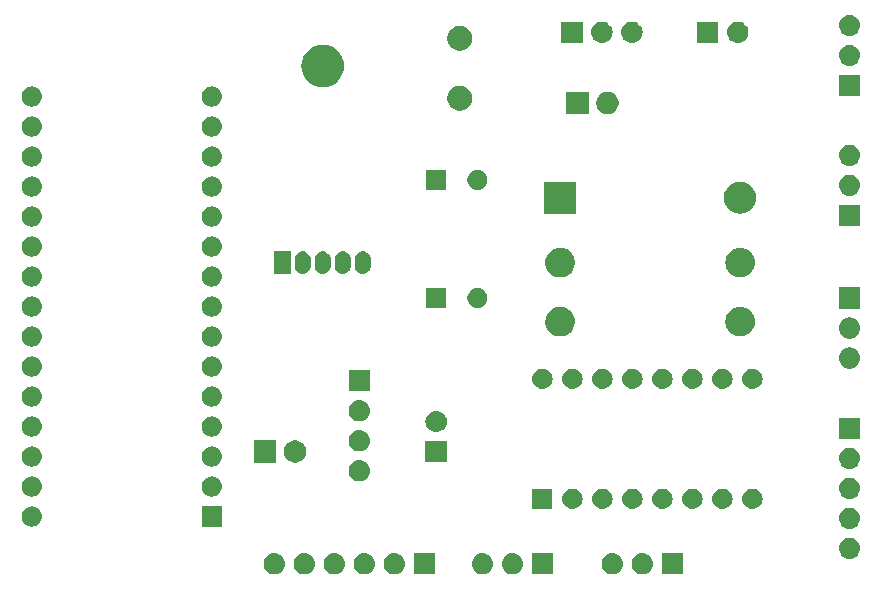
<source format=gbs>
G04 #@! TF.GenerationSoftware,KiCad,Pcbnew,5.1.2-f72e74a~84~ubuntu18.04.1*
G04 #@! TF.CreationDate,2019-07-17T16:29:59+09:00*
G04 #@! TF.ProjectId,OreoMotorController,4f72656f-4d6f-4746-9f72-436f6e74726f,rev?*
G04 #@! TF.SameCoordinates,Original*
G04 #@! TF.FileFunction,Soldermask,Bot*
G04 #@! TF.FilePolarity,Negative*
%FSLAX46Y46*%
G04 Gerber Fmt 4.6, Leading zero omitted, Abs format (unit mm)*
G04 Created by KiCad (PCBNEW 5.1.2-f72e74a~84~ubuntu18.04.1) date 2019-07-17 16:29:59*
%MOMM*%
%LPD*%
G04 APERTURE LIST*
%ADD10C,0.100000*%
G04 APERTURE END LIST*
D10*
G36*
X137901000Y-168401000D02*
G01*
X136099000Y-168401000D01*
X136099000Y-166599000D01*
X137901000Y-166599000D01*
X137901000Y-168401000D01*
X137901000Y-168401000D01*
G37*
G36*
X116901000Y-168401000D02*
G01*
X115099000Y-168401000D01*
X115099000Y-166599000D01*
X116901000Y-166599000D01*
X116901000Y-168401000D01*
X116901000Y-168401000D01*
G37*
G36*
X113570443Y-166605519D02*
G01*
X113636627Y-166612037D01*
X113806466Y-166663557D01*
X113962991Y-166747222D01*
X113998729Y-166776552D01*
X114100186Y-166859814D01*
X114172376Y-166947779D01*
X114212778Y-166997009D01*
X114296443Y-167153534D01*
X114347963Y-167323373D01*
X114365359Y-167500000D01*
X114347963Y-167676627D01*
X114296443Y-167846466D01*
X114212778Y-168002991D01*
X114183448Y-168038729D01*
X114100186Y-168140186D01*
X113998729Y-168223448D01*
X113962991Y-168252778D01*
X113806466Y-168336443D01*
X113636627Y-168387963D01*
X113570443Y-168394481D01*
X113504260Y-168401000D01*
X113415740Y-168401000D01*
X113349557Y-168394481D01*
X113283373Y-168387963D01*
X113113534Y-168336443D01*
X112957009Y-168252778D01*
X112921271Y-168223448D01*
X112819814Y-168140186D01*
X112736552Y-168038729D01*
X112707222Y-168002991D01*
X112623557Y-167846466D01*
X112572037Y-167676627D01*
X112554641Y-167500000D01*
X112572037Y-167323373D01*
X112623557Y-167153534D01*
X112707222Y-166997009D01*
X112747624Y-166947779D01*
X112819814Y-166859814D01*
X112921271Y-166776552D01*
X112957009Y-166747222D01*
X113113534Y-166663557D01*
X113283373Y-166612037D01*
X113349557Y-166605519D01*
X113415740Y-166599000D01*
X113504260Y-166599000D01*
X113570443Y-166605519D01*
X113570443Y-166605519D01*
G37*
G36*
X111030443Y-166605519D02*
G01*
X111096627Y-166612037D01*
X111266466Y-166663557D01*
X111422991Y-166747222D01*
X111458729Y-166776552D01*
X111560186Y-166859814D01*
X111632376Y-166947779D01*
X111672778Y-166997009D01*
X111756443Y-167153534D01*
X111807963Y-167323373D01*
X111825359Y-167500000D01*
X111807963Y-167676627D01*
X111756443Y-167846466D01*
X111672778Y-168002991D01*
X111643448Y-168038729D01*
X111560186Y-168140186D01*
X111458729Y-168223448D01*
X111422991Y-168252778D01*
X111266466Y-168336443D01*
X111096627Y-168387963D01*
X111030443Y-168394481D01*
X110964260Y-168401000D01*
X110875740Y-168401000D01*
X110809557Y-168394481D01*
X110743373Y-168387963D01*
X110573534Y-168336443D01*
X110417009Y-168252778D01*
X110381271Y-168223448D01*
X110279814Y-168140186D01*
X110196552Y-168038729D01*
X110167222Y-168002991D01*
X110083557Y-167846466D01*
X110032037Y-167676627D01*
X110014641Y-167500000D01*
X110032037Y-167323373D01*
X110083557Y-167153534D01*
X110167222Y-166997009D01*
X110207624Y-166947779D01*
X110279814Y-166859814D01*
X110381271Y-166776552D01*
X110417009Y-166747222D01*
X110573534Y-166663557D01*
X110743373Y-166612037D01*
X110809557Y-166605519D01*
X110875740Y-166599000D01*
X110964260Y-166599000D01*
X111030443Y-166605519D01*
X111030443Y-166605519D01*
G37*
G36*
X108490443Y-166605519D02*
G01*
X108556627Y-166612037D01*
X108726466Y-166663557D01*
X108882991Y-166747222D01*
X108918729Y-166776552D01*
X109020186Y-166859814D01*
X109092376Y-166947779D01*
X109132778Y-166997009D01*
X109216443Y-167153534D01*
X109267963Y-167323373D01*
X109285359Y-167500000D01*
X109267963Y-167676627D01*
X109216443Y-167846466D01*
X109132778Y-168002991D01*
X109103448Y-168038729D01*
X109020186Y-168140186D01*
X108918729Y-168223448D01*
X108882991Y-168252778D01*
X108726466Y-168336443D01*
X108556627Y-168387963D01*
X108490443Y-168394481D01*
X108424260Y-168401000D01*
X108335740Y-168401000D01*
X108269557Y-168394481D01*
X108203373Y-168387963D01*
X108033534Y-168336443D01*
X107877009Y-168252778D01*
X107841271Y-168223448D01*
X107739814Y-168140186D01*
X107656552Y-168038729D01*
X107627222Y-168002991D01*
X107543557Y-167846466D01*
X107492037Y-167676627D01*
X107474641Y-167500000D01*
X107492037Y-167323373D01*
X107543557Y-167153534D01*
X107627222Y-166997009D01*
X107667624Y-166947779D01*
X107739814Y-166859814D01*
X107841271Y-166776552D01*
X107877009Y-166747222D01*
X108033534Y-166663557D01*
X108203373Y-166612037D01*
X108269557Y-166605519D01*
X108335740Y-166599000D01*
X108424260Y-166599000D01*
X108490443Y-166605519D01*
X108490443Y-166605519D01*
G37*
G36*
X105950443Y-166605519D02*
G01*
X106016627Y-166612037D01*
X106186466Y-166663557D01*
X106342991Y-166747222D01*
X106378729Y-166776552D01*
X106480186Y-166859814D01*
X106552376Y-166947779D01*
X106592778Y-166997009D01*
X106676443Y-167153534D01*
X106727963Y-167323373D01*
X106745359Y-167500000D01*
X106727963Y-167676627D01*
X106676443Y-167846466D01*
X106592778Y-168002991D01*
X106563448Y-168038729D01*
X106480186Y-168140186D01*
X106378729Y-168223448D01*
X106342991Y-168252778D01*
X106186466Y-168336443D01*
X106016627Y-168387963D01*
X105950443Y-168394481D01*
X105884260Y-168401000D01*
X105795740Y-168401000D01*
X105729557Y-168394481D01*
X105663373Y-168387963D01*
X105493534Y-168336443D01*
X105337009Y-168252778D01*
X105301271Y-168223448D01*
X105199814Y-168140186D01*
X105116552Y-168038729D01*
X105087222Y-168002991D01*
X105003557Y-167846466D01*
X104952037Y-167676627D01*
X104934641Y-167500000D01*
X104952037Y-167323373D01*
X105003557Y-167153534D01*
X105087222Y-166997009D01*
X105127624Y-166947779D01*
X105199814Y-166859814D01*
X105301271Y-166776552D01*
X105337009Y-166747222D01*
X105493534Y-166663557D01*
X105663373Y-166612037D01*
X105729557Y-166605519D01*
X105795740Y-166599000D01*
X105884260Y-166599000D01*
X105950443Y-166605519D01*
X105950443Y-166605519D01*
G37*
G36*
X103410443Y-166605519D02*
G01*
X103476627Y-166612037D01*
X103646466Y-166663557D01*
X103802991Y-166747222D01*
X103838729Y-166776552D01*
X103940186Y-166859814D01*
X104012376Y-166947779D01*
X104052778Y-166997009D01*
X104136443Y-167153534D01*
X104187963Y-167323373D01*
X104205359Y-167500000D01*
X104187963Y-167676627D01*
X104136443Y-167846466D01*
X104052778Y-168002991D01*
X104023448Y-168038729D01*
X103940186Y-168140186D01*
X103838729Y-168223448D01*
X103802991Y-168252778D01*
X103646466Y-168336443D01*
X103476627Y-168387963D01*
X103410443Y-168394481D01*
X103344260Y-168401000D01*
X103255740Y-168401000D01*
X103189557Y-168394481D01*
X103123373Y-168387963D01*
X102953534Y-168336443D01*
X102797009Y-168252778D01*
X102761271Y-168223448D01*
X102659814Y-168140186D01*
X102576552Y-168038729D01*
X102547222Y-168002991D01*
X102463557Y-167846466D01*
X102412037Y-167676627D01*
X102394641Y-167500000D01*
X102412037Y-167323373D01*
X102463557Y-167153534D01*
X102547222Y-166997009D01*
X102587624Y-166947779D01*
X102659814Y-166859814D01*
X102761271Y-166776552D01*
X102797009Y-166747222D01*
X102953534Y-166663557D01*
X103123373Y-166612037D01*
X103189557Y-166605519D01*
X103255740Y-166599000D01*
X103344260Y-166599000D01*
X103410443Y-166605519D01*
X103410443Y-166605519D01*
G37*
G36*
X134570443Y-166605519D02*
G01*
X134636627Y-166612037D01*
X134806466Y-166663557D01*
X134962991Y-166747222D01*
X134998729Y-166776552D01*
X135100186Y-166859814D01*
X135172376Y-166947779D01*
X135212778Y-166997009D01*
X135296443Y-167153534D01*
X135347963Y-167323373D01*
X135365359Y-167500000D01*
X135347963Y-167676627D01*
X135296443Y-167846466D01*
X135212778Y-168002991D01*
X135183448Y-168038729D01*
X135100186Y-168140186D01*
X134998729Y-168223448D01*
X134962991Y-168252778D01*
X134806466Y-168336443D01*
X134636627Y-168387963D01*
X134570443Y-168394481D01*
X134504260Y-168401000D01*
X134415740Y-168401000D01*
X134349557Y-168394481D01*
X134283373Y-168387963D01*
X134113534Y-168336443D01*
X133957009Y-168252778D01*
X133921271Y-168223448D01*
X133819814Y-168140186D01*
X133736552Y-168038729D01*
X133707222Y-168002991D01*
X133623557Y-167846466D01*
X133572037Y-167676627D01*
X133554641Y-167500000D01*
X133572037Y-167323373D01*
X133623557Y-167153534D01*
X133707222Y-166997009D01*
X133747624Y-166947779D01*
X133819814Y-166859814D01*
X133921271Y-166776552D01*
X133957009Y-166747222D01*
X134113534Y-166663557D01*
X134283373Y-166612037D01*
X134349557Y-166605519D01*
X134415740Y-166599000D01*
X134504260Y-166599000D01*
X134570443Y-166605519D01*
X134570443Y-166605519D01*
G37*
G36*
X132030443Y-166605519D02*
G01*
X132096627Y-166612037D01*
X132266466Y-166663557D01*
X132422991Y-166747222D01*
X132458729Y-166776552D01*
X132560186Y-166859814D01*
X132632376Y-166947779D01*
X132672778Y-166997009D01*
X132756443Y-167153534D01*
X132807963Y-167323373D01*
X132825359Y-167500000D01*
X132807963Y-167676627D01*
X132756443Y-167846466D01*
X132672778Y-168002991D01*
X132643448Y-168038729D01*
X132560186Y-168140186D01*
X132458729Y-168223448D01*
X132422991Y-168252778D01*
X132266466Y-168336443D01*
X132096627Y-168387963D01*
X132030443Y-168394481D01*
X131964260Y-168401000D01*
X131875740Y-168401000D01*
X131809557Y-168394481D01*
X131743373Y-168387963D01*
X131573534Y-168336443D01*
X131417009Y-168252778D01*
X131381271Y-168223448D01*
X131279814Y-168140186D01*
X131196552Y-168038729D01*
X131167222Y-168002991D01*
X131083557Y-167846466D01*
X131032037Y-167676627D01*
X131014641Y-167500000D01*
X131032037Y-167323373D01*
X131083557Y-167153534D01*
X131167222Y-166997009D01*
X131207624Y-166947779D01*
X131279814Y-166859814D01*
X131381271Y-166776552D01*
X131417009Y-166747222D01*
X131573534Y-166663557D01*
X131743373Y-166612037D01*
X131809557Y-166605519D01*
X131875740Y-166599000D01*
X131964260Y-166599000D01*
X132030443Y-166605519D01*
X132030443Y-166605519D01*
G37*
G36*
X121030443Y-166605519D02*
G01*
X121096627Y-166612037D01*
X121266466Y-166663557D01*
X121422991Y-166747222D01*
X121458729Y-166776552D01*
X121560186Y-166859814D01*
X121632376Y-166947779D01*
X121672778Y-166997009D01*
X121756443Y-167153534D01*
X121807963Y-167323373D01*
X121825359Y-167500000D01*
X121807963Y-167676627D01*
X121756443Y-167846466D01*
X121672778Y-168002991D01*
X121643448Y-168038729D01*
X121560186Y-168140186D01*
X121458729Y-168223448D01*
X121422991Y-168252778D01*
X121266466Y-168336443D01*
X121096627Y-168387963D01*
X121030443Y-168394481D01*
X120964260Y-168401000D01*
X120875740Y-168401000D01*
X120809557Y-168394481D01*
X120743373Y-168387963D01*
X120573534Y-168336443D01*
X120417009Y-168252778D01*
X120381271Y-168223448D01*
X120279814Y-168140186D01*
X120196552Y-168038729D01*
X120167222Y-168002991D01*
X120083557Y-167846466D01*
X120032037Y-167676627D01*
X120014641Y-167500000D01*
X120032037Y-167323373D01*
X120083557Y-167153534D01*
X120167222Y-166997009D01*
X120207624Y-166947779D01*
X120279814Y-166859814D01*
X120381271Y-166776552D01*
X120417009Y-166747222D01*
X120573534Y-166663557D01*
X120743373Y-166612037D01*
X120809557Y-166605519D01*
X120875740Y-166599000D01*
X120964260Y-166599000D01*
X121030443Y-166605519D01*
X121030443Y-166605519D01*
G37*
G36*
X126901000Y-168401000D02*
G01*
X125099000Y-168401000D01*
X125099000Y-166599000D01*
X126901000Y-166599000D01*
X126901000Y-168401000D01*
X126901000Y-168401000D01*
G37*
G36*
X123570443Y-166605519D02*
G01*
X123636627Y-166612037D01*
X123806466Y-166663557D01*
X123962991Y-166747222D01*
X123998729Y-166776552D01*
X124100186Y-166859814D01*
X124172376Y-166947779D01*
X124212778Y-166997009D01*
X124296443Y-167153534D01*
X124347963Y-167323373D01*
X124365359Y-167500000D01*
X124347963Y-167676627D01*
X124296443Y-167846466D01*
X124212778Y-168002991D01*
X124183448Y-168038729D01*
X124100186Y-168140186D01*
X123998729Y-168223448D01*
X123962991Y-168252778D01*
X123806466Y-168336443D01*
X123636627Y-168387963D01*
X123570443Y-168394481D01*
X123504260Y-168401000D01*
X123415740Y-168401000D01*
X123349557Y-168394481D01*
X123283373Y-168387963D01*
X123113534Y-168336443D01*
X122957009Y-168252778D01*
X122921271Y-168223448D01*
X122819814Y-168140186D01*
X122736552Y-168038729D01*
X122707222Y-168002991D01*
X122623557Y-167846466D01*
X122572037Y-167676627D01*
X122554641Y-167500000D01*
X122572037Y-167323373D01*
X122623557Y-167153534D01*
X122707222Y-166997009D01*
X122747624Y-166947779D01*
X122819814Y-166859814D01*
X122921271Y-166776552D01*
X122957009Y-166747222D01*
X123113534Y-166663557D01*
X123283373Y-166612037D01*
X123349557Y-166605519D01*
X123415740Y-166599000D01*
X123504260Y-166599000D01*
X123570443Y-166605519D01*
X123570443Y-166605519D01*
G37*
G36*
X152110442Y-165300519D02*
G01*
X152176627Y-165307038D01*
X152346466Y-165358558D01*
X152502991Y-165442223D01*
X152538729Y-165471553D01*
X152640186Y-165554815D01*
X152723448Y-165656272D01*
X152752778Y-165692010D01*
X152836443Y-165848535D01*
X152887963Y-166018374D01*
X152905359Y-166195001D01*
X152887963Y-166371628D01*
X152836443Y-166541467D01*
X152752778Y-166697992D01*
X152723448Y-166733730D01*
X152640186Y-166835187D01*
X152538729Y-166918449D01*
X152502991Y-166947779D01*
X152346466Y-167031444D01*
X152176627Y-167082964D01*
X152110442Y-167089483D01*
X152044260Y-167096001D01*
X151955740Y-167096001D01*
X151889558Y-167089483D01*
X151823373Y-167082964D01*
X151653534Y-167031444D01*
X151497009Y-166947779D01*
X151461271Y-166918449D01*
X151359814Y-166835187D01*
X151276552Y-166733730D01*
X151247222Y-166697992D01*
X151163557Y-166541467D01*
X151112037Y-166371628D01*
X151094641Y-166195001D01*
X151112037Y-166018374D01*
X151163557Y-165848535D01*
X151247222Y-165692010D01*
X151276552Y-165656272D01*
X151359814Y-165554815D01*
X151461271Y-165471553D01*
X151497009Y-165442223D01*
X151653534Y-165358558D01*
X151823373Y-165307038D01*
X151889558Y-165300519D01*
X151955740Y-165294001D01*
X152044260Y-165294001D01*
X152110442Y-165300519D01*
X152110442Y-165300519D01*
G37*
G36*
X152110443Y-162760520D02*
G01*
X152176627Y-162767038D01*
X152346466Y-162818558D01*
X152502991Y-162902223D01*
X152538729Y-162931553D01*
X152640186Y-163014815D01*
X152723448Y-163116272D01*
X152752778Y-163152010D01*
X152836443Y-163308535D01*
X152887963Y-163478374D01*
X152905359Y-163655001D01*
X152887963Y-163831628D01*
X152836443Y-164001467D01*
X152752778Y-164157992D01*
X152723448Y-164193730D01*
X152640186Y-164295187D01*
X152538729Y-164378449D01*
X152502991Y-164407779D01*
X152346466Y-164491444D01*
X152176627Y-164542964D01*
X152110442Y-164549483D01*
X152044260Y-164556001D01*
X151955740Y-164556001D01*
X151889558Y-164549483D01*
X151823373Y-164542964D01*
X151653534Y-164491444D01*
X151497009Y-164407779D01*
X151461271Y-164378449D01*
X151359814Y-164295187D01*
X151276552Y-164193730D01*
X151247222Y-164157992D01*
X151163557Y-164001467D01*
X151112037Y-163831628D01*
X151094641Y-163655001D01*
X151112037Y-163478374D01*
X151163557Y-163308535D01*
X151247222Y-163152010D01*
X151276552Y-163116272D01*
X151359814Y-163014815D01*
X151461271Y-162931553D01*
X151497009Y-162902223D01*
X151653534Y-162818558D01*
X151823373Y-162767038D01*
X151889557Y-162760520D01*
X151955740Y-162754001D01*
X152044260Y-162754001D01*
X152110443Y-162760520D01*
X152110443Y-162760520D01*
G37*
G36*
X98851000Y-164351000D02*
G01*
X97149000Y-164351000D01*
X97149000Y-162649000D01*
X98851000Y-162649000D01*
X98851000Y-164351000D01*
X98851000Y-164351000D01*
G37*
G36*
X82926823Y-162661313D02*
G01*
X83087242Y-162709976D01*
X83193997Y-162767038D01*
X83235078Y-162788996D01*
X83364659Y-162895341D01*
X83471004Y-163024922D01*
X83471005Y-163024924D01*
X83550024Y-163172758D01*
X83598687Y-163333177D01*
X83615117Y-163500000D01*
X83598687Y-163666823D01*
X83550024Y-163827242D01*
X83479114Y-163959906D01*
X83471004Y-163975078D01*
X83364659Y-164104659D01*
X83235078Y-164211004D01*
X83235076Y-164211005D01*
X83087242Y-164290024D01*
X82926823Y-164338687D01*
X82801804Y-164351000D01*
X82718196Y-164351000D01*
X82593177Y-164338687D01*
X82432758Y-164290024D01*
X82284924Y-164211005D01*
X82284922Y-164211004D01*
X82155341Y-164104659D01*
X82048996Y-163975078D01*
X82040886Y-163959906D01*
X81969976Y-163827242D01*
X81921313Y-163666823D01*
X81904883Y-163500000D01*
X81921313Y-163333177D01*
X81969976Y-163172758D01*
X82048995Y-163024924D01*
X82048996Y-163024922D01*
X82155341Y-162895341D01*
X82284922Y-162788996D01*
X82326003Y-162767038D01*
X82432758Y-162709976D01*
X82593177Y-162661313D01*
X82718196Y-162649000D01*
X82801804Y-162649000D01*
X82926823Y-162661313D01*
X82926823Y-162661313D01*
G37*
G36*
X126851000Y-162851000D02*
G01*
X125149000Y-162851000D01*
X125149000Y-161149000D01*
X126851000Y-161149000D01*
X126851000Y-162851000D01*
X126851000Y-162851000D01*
G37*
G36*
X143946823Y-161161313D02*
G01*
X144107242Y-161209976D01*
X144239906Y-161280886D01*
X144255078Y-161288996D01*
X144384659Y-161395341D01*
X144491004Y-161524922D01*
X144491005Y-161524924D01*
X144570024Y-161672758D01*
X144618687Y-161833177D01*
X144635117Y-162000000D01*
X144618687Y-162166823D01*
X144570024Y-162327242D01*
X144499114Y-162459906D01*
X144491004Y-162475078D01*
X144384659Y-162604659D01*
X144255078Y-162711004D01*
X144255076Y-162711005D01*
X144107242Y-162790024D01*
X143946823Y-162838687D01*
X143821804Y-162851000D01*
X143738196Y-162851000D01*
X143613177Y-162838687D01*
X143452758Y-162790024D01*
X143304924Y-162711005D01*
X143304922Y-162711004D01*
X143175341Y-162604659D01*
X143068996Y-162475078D01*
X143060886Y-162459906D01*
X142989976Y-162327242D01*
X142941313Y-162166823D01*
X142924883Y-162000000D01*
X142941313Y-161833177D01*
X142989976Y-161672758D01*
X143068995Y-161524924D01*
X143068996Y-161524922D01*
X143175341Y-161395341D01*
X143304922Y-161288996D01*
X143320094Y-161280886D01*
X143452758Y-161209976D01*
X143613177Y-161161313D01*
X143738196Y-161149000D01*
X143821804Y-161149000D01*
X143946823Y-161161313D01*
X143946823Y-161161313D01*
G37*
G36*
X141406823Y-161161313D02*
G01*
X141567242Y-161209976D01*
X141699906Y-161280886D01*
X141715078Y-161288996D01*
X141844659Y-161395341D01*
X141951004Y-161524922D01*
X141951005Y-161524924D01*
X142030024Y-161672758D01*
X142078687Y-161833177D01*
X142095117Y-162000000D01*
X142078687Y-162166823D01*
X142030024Y-162327242D01*
X141959114Y-162459906D01*
X141951004Y-162475078D01*
X141844659Y-162604659D01*
X141715078Y-162711004D01*
X141715076Y-162711005D01*
X141567242Y-162790024D01*
X141406823Y-162838687D01*
X141281804Y-162851000D01*
X141198196Y-162851000D01*
X141073177Y-162838687D01*
X140912758Y-162790024D01*
X140764924Y-162711005D01*
X140764922Y-162711004D01*
X140635341Y-162604659D01*
X140528996Y-162475078D01*
X140520886Y-162459906D01*
X140449976Y-162327242D01*
X140401313Y-162166823D01*
X140384883Y-162000000D01*
X140401313Y-161833177D01*
X140449976Y-161672758D01*
X140528995Y-161524924D01*
X140528996Y-161524922D01*
X140635341Y-161395341D01*
X140764922Y-161288996D01*
X140780094Y-161280886D01*
X140912758Y-161209976D01*
X141073177Y-161161313D01*
X141198196Y-161149000D01*
X141281804Y-161149000D01*
X141406823Y-161161313D01*
X141406823Y-161161313D01*
G37*
G36*
X138866823Y-161161313D02*
G01*
X139027242Y-161209976D01*
X139159906Y-161280886D01*
X139175078Y-161288996D01*
X139304659Y-161395341D01*
X139411004Y-161524922D01*
X139411005Y-161524924D01*
X139490024Y-161672758D01*
X139538687Y-161833177D01*
X139555117Y-162000000D01*
X139538687Y-162166823D01*
X139490024Y-162327242D01*
X139419114Y-162459906D01*
X139411004Y-162475078D01*
X139304659Y-162604659D01*
X139175078Y-162711004D01*
X139175076Y-162711005D01*
X139027242Y-162790024D01*
X138866823Y-162838687D01*
X138741804Y-162851000D01*
X138658196Y-162851000D01*
X138533177Y-162838687D01*
X138372758Y-162790024D01*
X138224924Y-162711005D01*
X138224922Y-162711004D01*
X138095341Y-162604659D01*
X137988996Y-162475078D01*
X137980886Y-162459906D01*
X137909976Y-162327242D01*
X137861313Y-162166823D01*
X137844883Y-162000000D01*
X137861313Y-161833177D01*
X137909976Y-161672758D01*
X137988995Y-161524924D01*
X137988996Y-161524922D01*
X138095341Y-161395341D01*
X138224922Y-161288996D01*
X138240094Y-161280886D01*
X138372758Y-161209976D01*
X138533177Y-161161313D01*
X138658196Y-161149000D01*
X138741804Y-161149000D01*
X138866823Y-161161313D01*
X138866823Y-161161313D01*
G37*
G36*
X136326823Y-161161313D02*
G01*
X136487242Y-161209976D01*
X136619906Y-161280886D01*
X136635078Y-161288996D01*
X136764659Y-161395341D01*
X136871004Y-161524922D01*
X136871005Y-161524924D01*
X136950024Y-161672758D01*
X136998687Y-161833177D01*
X137015117Y-162000000D01*
X136998687Y-162166823D01*
X136950024Y-162327242D01*
X136879114Y-162459906D01*
X136871004Y-162475078D01*
X136764659Y-162604659D01*
X136635078Y-162711004D01*
X136635076Y-162711005D01*
X136487242Y-162790024D01*
X136326823Y-162838687D01*
X136201804Y-162851000D01*
X136118196Y-162851000D01*
X135993177Y-162838687D01*
X135832758Y-162790024D01*
X135684924Y-162711005D01*
X135684922Y-162711004D01*
X135555341Y-162604659D01*
X135448996Y-162475078D01*
X135440886Y-162459906D01*
X135369976Y-162327242D01*
X135321313Y-162166823D01*
X135304883Y-162000000D01*
X135321313Y-161833177D01*
X135369976Y-161672758D01*
X135448995Y-161524924D01*
X135448996Y-161524922D01*
X135555341Y-161395341D01*
X135684922Y-161288996D01*
X135700094Y-161280886D01*
X135832758Y-161209976D01*
X135993177Y-161161313D01*
X136118196Y-161149000D01*
X136201804Y-161149000D01*
X136326823Y-161161313D01*
X136326823Y-161161313D01*
G37*
G36*
X133786823Y-161161313D02*
G01*
X133947242Y-161209976D01*
X134079906Y-161280886D01*
X134095078Y-161288996D01*
X134224659Y-161395341D01*
X134331004Y-161524922D01*
X134331005Y-161524924D01*
X134410024Y-161672758D01*
X134458687Y-161833177D01*
X134475117Y-162000000D01*
X134458687Y-162166823D01*
X134410024Y-162327242D01*
X134339114Y-162459906D01*
X134331004Y-162475078D01*
X134224659Y-162604659D01*
X134095078Y-162711004D01*
X134095076Y-162711005D01*
X133947242Y-162790024D01*
X133786823Y-162838687D01*
X133661804Y-162851000D01*
X133578196Y-162851000D01*
X133453177Y-162838687D01*
X133292758Y-162790024D01*
X133144924Y-162711005D01*
X133144922Y-162711004D01*
X133015341Y-162604659D01*
X132908996Y-162475078D01*
X132900886Y-162459906D01*
X132829976Y-162327242D01*
X132781313Y-162166823D01*
X132764883Y-162000000D01*
X132781313Y-161833177D01*
X132829976Y-161672758D01*
X132908995Y-161524924D01*
X132908996Y-161524922D01*
X133015341Y-161395341D01*
X133144922Y-161288996D01*
X133160094Y-161280886D01*
X133292758Y-161209976D01*
X133453177Y-161161313D01*
X133578196Y-161149000D01*
X133661804Y-161149000D01*
X133786823Y-161161313D01*
X133786823Y-161161313D01*
G37*
G36*
X128706823Y-161161313D02*
G01*
X128867242Y-161209976D01*
X128999906Y-161280886D01*
X129015078Y-161288996D01*
X129144659Y-161395341D01*
X129251004Y-161524922D01*
X129251005Y-161524924D01*
X129330024Y-161672758D01*
X129378687Y-161833177D01*
X129395117Y-162000000D01*
X129378687Y-162166823D01*
X129330024Y-162327242D01*
X129259114Y-162459906D01*
X129251004Y-162475078D01*
X129144659Y-162604659D01*
X129015078Y-162711004D01*
X129015076Y-162711005D01*
X128867242Y-162790024D01*
X128706823Y-162838687D01*
X128581804Y-162851000D01*
X128498196Y-162851000D01*
X128373177Y-162838687D01*
X128212758Y-162790024D01*
X128064924Y-162711005D01*
X128064922Y-162711004D01*
X127935341Y-162604659D01*
X127828996Y-162475078D01*
X127820886Y-162459906D01*
X127749976Y-162327242D01*
X127701313Y-162166823D01*
X127684883Y-162000000D01*
X127701313Y-161833177D01*
X127749976Y-161672758D01*
X127828995Y-161524924D01*
X127828996Y-161524922D01*
X127935341Y-161395341D01*
X128064922Y-161288996D01*
X128080094Y-161280886D01*
X128212758Y-161209976D01*
X128373177Y-161161313D01*
X128498196Y-161149000D01*
X128581804Y-161149000D01*
X128706823Y-161161313D01*
X128706823Y-161161313D01*
G37*
G36*
X131246823Y-161161313D02*
G01*
X131407242Y-161209976D01*
X131539906Y-161280886D01*
X131555078Y-161288996D01*
X131684659Y-161395341D01*
X131791004Y-161524922D01*
X131791005Y-161524924D01*
X131870024Y-161672758D01*
X131918687Y-161833177D01*
X131935117Y-162000000D01*
X131918687Y-162166823D01*
X131870024Y-162327242D01*
X131799114Y-162459906D01*
X131791004Y-162475078D01*
X131684659Y-162604659D01*
X131555078Y-162711004D01*
X131555076Y-162711005D01*
X131407242Y-162790024D01*
X131246823Y-162838687D01*
X131121804Y-162851000D01*
X131038196Y-162851000D01*
X130913177Y-162838687D01*
X130752758Y-162790024D01*
X130604924Y-162711005D01*
X130604922Y-162711004D01*
X130475341Y-162604659D01*
X130368996Y-162475078D01*
X130360886Y-162459906D01*
X130289976Y-162327242D01*
X130241313Y-162166823D01*
X130224883Y-162000000D01*
X130241313Y-161833177D01*
X130289976Y-161672758D01*
X130368995Y-161524924D01*
X130368996Y-161524922D01*
X130475341Y-161395341D01*
X130604922Y-161288996D01*
X130620094Y-161280886D01*
X130752758Y-161209976D01*
X130913177Y-161161313D01*
X131038196Y-161149000D01*
X131121804Y-161149000D01*
X131246823Y-161161313D01*
X131246823Y-161161313D01*
G37*
G36*
X152110443Y-160220520D02*
G01*
X152176627Y-160227038D01*
X152346466Y-160278558D01*
X152502991Y-160362223D01*
X152515852Y-160372778D01*
X152640186Y-160474815D01*
X152723448Y-160576272D01*
X152752778Y-160612010D01*
X152836443Y-160768535D01*
X152887963Y-160938374D01*
X152905359Y-161115001D01*
X152887963Y-161291628D01*
X152836443Y-161461467D01*
X152752778Y-161617992D01*
X152723448Y-161653730D01*
X152640186Y-161755187D01*
X152538729Y-161838449D01*
X152502991Y-161867779D01*
X152346466Y-161951444D01*
X152176627Y-162002964D01*
X152110443Y-162009482D01*
X152044260Y-162016001D01*
X151955740Y-162016001D01*
X151889557Y-162009482D01*
X151823373Y-162002964D01*
X151653534Y-161951444D01*
X151497009Y-161867779D01*
X151461271Y-161838449D01*
X151359814Y-161755187D01*
X151276552Y-161653730D01*
X151247222Y-161617992D01*
X151163557Y-161461467D01*
X151112037Y-161291628D01*
X151094641Y-161115001D01*
X151112037Y-160938374D01*
X151163557Y-160768535D01*
X151247222Y-160612010D01*
X151276552Y-160576272D01*
X151359814Y-160474815D01*
X151484148Y-160372778D01*
X151497009Y-160362223D01*
X151653534Y-160278558D01*
X151823373Y-160227038D01*
X151889557Y-160220520D01*
X151955740Y-160214001D01*
X152044260Y-160214001D01*
X152110443Y-160220520D01*
X152110443Y-160220520D01*
G37*
G36*
X98166823Y-160121313D02*
G01*
X98327242Y-160169976D01*
X98433997Y-160227038D01*
X98475078Y-160248996D01*
X98604659Y-160355341D01*
X98711004Y-160484922D01*
X98711005Y-160484924D01*
X98790024Y-160632758D01*
X98838687Y-160793177D01*
X98855117Y-160960000D01*
X98838687Y-161126823D01*
X98790024Y-161287242D01*
X98732244Y-161395341D01*
X98711004Y-161435078D01*
X98604659Y-161564659D01*
X98475078Y-161671004D01*
X98475076Y-161671005D01*
X98327242Y-161750024D01*
X98166823Y-161798687D01*
X98041804Y-161811000D01*
X97958196Y-161811000D01*
X97833177Y-161798687D01*
X97672758Y-161750024D01*
X97524924Y-161671005D01*
X97524922Y-161671004D01*
X97395341Y-161564659D01*
X97288996Y-161435078D01*
X97267756Y-161395341D01*
X97209976Y-161287242D01*
X97161313Y-161126823D01*
X97144883Y-160960000D01*
X97161313Y-160793177D01*
X97209976Y-160632758D01*
X97288995Y-160484924D01*
X97288996Y-160484922D01*
X97395341Y-160355341D01*
X97524922Y-160248996D01*
X97566003Y-160227038D01*
X97672758Y-160169976D01*
X97833177Y-160121313D01*
X97958196Y-160109000D01*
X98041804Y-160109000D01*
X98166823Y-160121313D01*
X98166823Y-160121313D01*
G37*
G36*
X82926823Y-160121313D02*
G01*
X83087242Y-160169976D01*
X83193997Y-160227038D01*
X83235078Y-160248996D01*
X83364659Y-160355341D01*
X83471004Y-160484922D01*
X83471005Y-160484924D01*
X83550024Y-160632758D01*
X83598687Y-160793177D01*
X83615117Y-160960000D01*
X83598687Y-161126823D01*
X83550024Y-161287242D01*
X83492244Y-161395341D01*
X83471004Y-161435078D01*
X83364659Y-161564659D01*
X83235078Y-161671004D01*
X83235076Y-161671005D01*
X83087242Y-161750024D01*
X82926823Y-161798687D01*
X82801804Y-161811000D01*
X82718196Y-161811000D01*
X82593177Y-161798687D01*
X82432758Y-161750024D01*
X82284924Y-161671005D01*
X82284922Y-161671004D01*
X82155341Y-161564659D01*
X82048996Y-161435078D01*
X82027756Y-161395341D01*
X81969976Y-161287242D01*
X81921313Y-161126823D01*
X81904883Y-160960000D01*
X81921313Y-160793177D01*
X81969976Y-160632758D01*
X82048995Y-160484924D01*
X82048996Y-160484922D01*
X82155341Y-160355341D01*
X82284922Y-160248996D01*
X82326003Y-160227038D01*
X82432758Y-160169976D01*
X82593177Y-160121313D01*
X82718196Y-160109000D01*
X82801804Y-160109000D01*
X82926823Y-160121313D01*
X82926823Y-160121313D01*
G37*
G36*
X110610443Y-158725519D02*
G01*
X110676627Y-158732037D01*
X110846466Y-158783557D01*
X111002991Y-158867222D01*
X111036931Y-158895076D01*
X111140186Y-158979814D01*
X111220756Y-159077990D01*
X111252778Y-159117009D01*
X111336443Y-159273534D01*
X111387963Y-159443373D01*
X111405359Y-159620000D01*
X111387963Y-159796627D01*
X111336443Y-159966466D01*
X111252778Y-160122991D01*
X111223448Y-160158729D01*
X111140186Y-160260186D01*
X111038729Y-160343448D01*
X111002991Y-160372778D01*
X110846466Y-160456443D01*
X110676627Y-160507963D01*
X110610442Y-160514482D01*
X110544260Y-160521000D01*
X110455740Y-160521000D01*
X110389558Y-160514482D01*
X110323373Y-160507963D01*
X110153534Y-160456443D01*
X109997009Y-160372778D01*
X109961271Y-160343448D01*
X109859814Y-160260186D01*
X109776552Y-160158729D01*
X109747222Y-160122991D01*
X109663557Y-159966466D01*
X109612037Y-159796627D01*
X109594641Y-159620000D01*
X109612037Y-159443373D01*
X109663557Y-159273534D01*
X109747222Y-159117009D01*
X109779244Y-159077990D01*
X109859814Y-158979814D01*
X109963069Y-158895076D01*
X109997009Y-158867222D01*
X110153534Y-158783557D01*
X110323373Y-158732037D01*
X110389557Y-158725519D01*
X110455740Y-158719000D01*
X110544260Y-158719000D01*
X110610443Y-158725519D01*
X110610443Y-158725519D01*
G37*
G36*
X152110443Y-157680520D02*
G01*
X152176627Y-157687038D01*
X152346466Y-157738558D01*
X152502991Y-157822223D01*
X152515852Y-157832778D01*
X152640186Y-157934815D01*
X152723448Y-158036272D01*
X152752778Y-158072010D01*
X152836443Y-158228535D01*
X152887963Y-158398374D01*
X152905359Y-158575001D01*
X152887963Y-158751628D01*
X152836443Y-158921467D01*
X152752778Y-159077992D01*
X152723448Y-159113730D01*
X152640186Y-159215187D01*
X152538729Y-159298449D01*
X152502991Y-159327779D01*
X152346466Y-159411444D01*
X152176627Y-159462964D01*
X152110443Y-159469482D01*
X152044260Y-159476001D01*
X151955740Y-159476001D01*
X151889557Y-159469482D01*
X151823373Y-159462964D01*
X151653534Y-159411444D01*
X151497009Y-159327779D01*
X151461271Y-159298449D01*
X151359814Y-159215187D01*
X151276552Y-159113730D01*
X151247222Y-159077992D01*
X151163557Y-158921467D01*
X151112037Y-158751628D01*
X151094641Y-158575001D01*
X151112037Y-158398374D01*
X151163557Y-158228535D01*
X151247222Y-158072010D01*
X151276552Y-158036272D01*
X151359814Y-157934815D01*
X151484148Y-157832778D01*
X151497009Y-157822223D01*
X151653534Y-157738558D01*
X151823373Y-157687038D01*
X151889557Y-157680520D01*
X151955740Y-157674001D01*
X152044260Y-157674001D01*
X152110443Y-157680520D01*
X152110443Y-157680520D01*
G37*
G36*
X82926823Y-157581313D02*
G01*
X83087242Y-157629976D01*
X83193997Y-157687038D01*
X83235078Y-157708996D01*
X83364659Y-157815341D01*
X83471004Y-157944922D01*
X83471005Y-157944924D01*
X83550024Y-158092758D01*
X83598687Y-158253177D01*
X83615117Y-158420000D01*
X83598687Y-158586823D01*
X83550024Y-158747242D01*
X83498966Y-158842765D01*
X83471004Y-158895078D01*
X83364659Y-159024659D01*
X83235078Y-159131004D01*
X83235076Y-159131005D01*
X83087242Y-159210024D01*
X82926823Y-159258687D01*
X82801804Y-159271000D01*
X82718196Y-159271000D01*
X82593177Y-159258687D01*
X82432758Y-159210024D01*
X82284924Y-159131005D01*
X82284922Y-159131004D01*
X82155341Y-159024659D01*
X82048996Y-158895078D01*
X82021034Y-158842765D01*
X81969976Y-158747242D01*
X81921313Y-158586823D01*
X81904883Y-158420000D01*
X81921313Y-158253177D01*
X81969976Y-158092758D01*
X82048995Y-157944924D01*
X82048996Y-157944922D01*
X82155341Y-157815341D01*
X82284922Y-157708996D01*
X82326003Y-157687038D01*
X82432758Y-157629976D01*
X82593177Y-157581313D01*
X82718196Y-157569000D01*
X82801804Y-157569000D01*
X82926823Y-157581313D01*
X82926823Y-157581313D01*
G37*
G36*
X98166823Y-157581313D02*
G01*
X98327242Y-157629976D01*
X98433997Y-157687038D01*
X98475078Y-157708996D01*
X98604659Y-157815341D01*
X98711004Y-157944922D01*
X98711005Y-157944924D01*
X98790024Y-158092758D01*
X98838687Y-158253177D01*
X98855117Y-158420000D01*
X98838687Y-158586823D01*
X98790024Y-158747242D01*
X98738966Y-158842765D01*
X98711004Y-158895078D01*
X98604659Y-159024659D01*
X98475078Y-159131004D01*
X98475076Y-159131005D01*
X98327242Y-159210024D01*
X98166823Y-159258687D01*
X98041804Y-159271000D01*
X97958196Y-159271000D01*
X97833177Y-159258687D01*
X97672758Y-159210024D01*
X97524924Y-159131005D01*
X97524922Y-159131004D01*
X97395341Y-159024659D01*
X97288996Y-158895078D01*
X97261034Y-158842765D01*
X97209976Y-158747242D01*
X97161313Y-158586823D01*
X97144883Y-158420000D01*
X97161313Y-158253177D01*
X97209976Y-158092758D01*
X97288995Y-157944924D01*
X97288996Y-157944922D01*
X97395341Y-157815341D01*
X97524922Y-157708996D01*
X97566003Y-157687038D01*
X97672758Y-157629976D01*
X97833177Y-157581313D01*
X97958196Y-157569000D01*
X98041804Y-157569000D01*
X98166823Y-157581313D01*
X98166823Y-157581313D01*
G37*
G36*
X103451000Y-158951000D02*
G01*
X101549000Y-158951000D01*
X101549000Y-157049000D01*
X103451000Y-157049000D01*
X103451000Y-158951000D01*
X103451000Y-158951000D01*
G37*
G36*
X105317395Y-157085546D02*
G01*
X105490466Y-157157234D01*
X105490467Y-157157235D01*
X105646227Y-157261310D01*
X105778690Y-157393773D01*
X105800536Y-157426468D01*
X105882766Y-157549534D01*
X105954454Y-157722605D01*
X105991000Y-157906333D01*
X105991000Y-158093667D01*
X105954454Y-158277395D01*
X105882766Y-158450466D01*
X105882765Y-158450467D01*
X105778690Y-158606227D01*
X105646227Y-158738690D01*
X105579078Y-158783557D01*
X105490466Y-158842766D01*
X105317395Y-158914454D01*
X105133667Y-158951000D01*
X104946333Y-158951000D01*
X104762605Y-158914454D01*
X104589534Y-158842766D01*
X104500922Y-158783557D01*
X104433773Y-158738690D01*
X104301310Y-158606227D01*
X104197235Y-158450467D01*
X104197234Y-158450466D01*
X104125546Y-158277395D01*
X104089000Y-158093667D01*
X104089000Y-157906333D01*
X104125546Y-157722605D01*
X104197234Y-157549534D01*
X104279464Y-157426468D01*
X104301310Y-157393773D01*
X104433773Y-157261310D01*
X104589533Y-157157235D01*
X104589534Y-157157234D01*
X104762605Y-157085546D01*
X104946333Y-157049000D01*
X105133667Y-157049000D01*
X105317395Y-157085546D01*
X105317395Y-157085546D01*
G37*
G36*
X117901000Y-158901000D02*
G01*
X116099000Y-158901000D01*
X116099000Y-157099000D01*
X117901000Y-157099000D01*
X117901000Y-158901000D01*
X117901000Y-158901000D01*
G37*
G36*
X110610443Y-156185519D02*
G01*
X110676627Y-156192037D01*
X110846466Y-156243557D01*
X111002991Y-156327222D01*
X111028264Y-156347963D01*
X111140186Y-156439814D01*
X111223448Y-156541271D01*
X111252778Y-156577009D01*
X111336443Y-156733534D01*
X111387963Y-156903373D01*
X111405359Y-157080000D01*
X111387963Y-157256627D01*
X111336443Y-157426466D01*
X111252778Y-157582991D01*
X111223448Y-157618729D01*
X111140186Y-157720186D01*
X111038729Y-157803448D01*
X111002991Y-157832778D01*
X110846466Y-157916443D01*
X110676627Y-157967963D01*
X110610442Y-157974482D01*
X110544260Y-157981000D01*
X110455740Y-157981000D01*
X110389558Y-157974482D01*
X110323373Y-157967963D01*
X110153534Y-157916443D01*
X109997009Y-157832778D01*
X109961271Y-157803448D01*
X109859814Y-157720186D01*
X109776552Y-157618729D01*
X109747222Y-157582991D01*
X109663557Y-157426466D01*
X109612037Y-157256627D01*
X109594641Y-157080000D01*
X109612037Y-156903373D01*
X109663557Y-156733534D01*
X109747222Y-156577009D01*
X109776552Y-156541271D01*
X109859814Y-156439814D01*
X109971736Y-156347963D01*
X109997009Y-156327222D01*
X110153534Y-156243557D01*
X110323373Y-156192037D01*
X110389557Y-156185519D01*
X110455740Y-156179000D01*
X110544260Y-156179000D01*
X110610443Y-156185519D01*
X110610443Y-156185519D01*
G37*
G36*
X152901000Y-156936001D02*
G01*
X151099000Y-156936001D01*
X151099000Y-155134001D01*
X152901000Y-155134001D01*
X152901000Y-156936001D01*
X152901000Y-156936001D01*
G37*
G36*
X82926823Y-155041313D02*
G01*
X83087242Y-155089976D01*
X83219906Y-155160886D01*
X83235078Y-155168996D01*
X83364659Y-155275341D01*
X83471004Y-155404922D01*
X83471005Y-155404924D01*
X83550024Y-155552758D01*
X83598687Y-155713177D01*
X83615117Y-155880000D01*
X83598687Y-156046823D01*
X83550024Y-156207242D01*
X83502345Y-156296443D01*
X83471004Y-156355078D01*
X83364659Y-156484659D01*
X83235078Y-156591004D01*
X83235076Y-156591005D01*
X83087242Y-156670024D01*
X82926823Y-156718687D01*
X82801804Y-156731000D01*
X82718196Y-156731000D01*
X82593177Y-156718687D01*
X82432758Y-156670024D01*
X82284924Y-156591005D01*
X82284922Y-156591004D01*
X82155341Y-156484659D01*
X82048996Y-156355078D01*
X82017655Y-156296443D01*
X81969976Y-156207242D01*
X81921313Y-156046823D01*
X81904883Y-155880000D01*
X81921313Y-155713177D01*
X81969976Y-155552758D01*
X82048995Y-155404924D01*
X82048996Y-155404922D01*
X82155341Y-155275341D01*
X82284922Y-155168996D01*
X82300094Y-155160886D01*
X82432758Y-155089976D01*
X82593177Y-155041313D01*
X82718196Y-155029000D01*
X82801804Y-155029000D01*
X82926823Y-155041313D01*
X82926823Y-155041313D01*
G37*
G36*
X98166823Y-155041313D02*
G01*
X98327242Y-155089976D01*
X98459906Y-155160886D01*
X98475078Y-155168996D01*
X98604659Y-155275341D01*
X98711004Y-155404922D01*
X98711005Y-155404924D01*
X98790024Y-155552758D01*
X98838687Y-155713177D01*
X98855117Y-155880000D01*
X98838687Y-156046823D01*
X98790024Y-156207242D01*
X98742345Y-156296443D01*
X98711004Y-156355078D01*
X98604659Y-156484659D01*
X98475078Y-156591004D01*
X98475076Y-156591005D01*
X98327242Y-156670024D01*
X98166823Y-156718687D01*
X98041804Y-156731000D01*
X97958196Y-156731000D01*
X97833177Y-156718687D01*
X97672758Y-156670024D01*
X97524924Y-156591005D01*
X97524922Y-156591004D01*
X97395341Y-156484659D01*
X97288996Y-156355078D01*
X97257655Y-156296443D01*
X97209976Y-156207242D01*
X97161313Y-156046823D01*
X97144883Y-155880000D01*
X97161313Y-155713177D01*
X97209976Y-155552758D01*
X97288995Y-155404924D01*
X97288996Y-155404922D01*
X97395341Y-155275341D01*
X97524922Y-155168996D01*
X97540094Y-155160886D01*
X97672758Y-155089976D01*
X97833177Y-155041313D01*
X97958196Y-155029000D01*
X98041804Y-155029000D01*
X98166823Y-155041313D01*
X98166823Y-155041313D01*
G37*
G36*
X117110443Y-154565519D02*
G01*
X117176627Y-154572037D01*
X117346466Y-154623557D01*
X117502991Y-154707222D01*
X117538729Y-154736552D01*
X117640186Y-154819814D01*
X117723448Y-154921271D01*
X117752778Y-154957009D01*
X117836443Y-155113534D01*
X117887963Y-155283373D01*
X117905359Y-155460000D01*
X117887963Y-155636627D01*
X117836443Y-155806466D01*
X117752778Y-155962991D01*
X117723448Y-155998729D01*
X117640186Y-156100186D01*
X117544149Y-156179000D01*
X117502991Y-156212778D01*
X117346466Y-156296443D01*
X117176627Y-156347963D01*
X117110443Y-156354481D01*
X117044260Y-156361000D01*
X116955740Y-156361000D01*
X116889557Y-156354481D01*
X116823373Y-156347963D01*
X116653534Y-156296443D01*
X116497009Y-156212778D01*
X116455851Y-156179000D01*
X116359814Y-156100186D01*
X116276552Y-155998729D01*
X116247222Y-155962991D01*
X116163557Y-155806466D01*
X116112037Y-155636627D01*
X116094641Y-155460000D01*
X116112037Y-155283373D01*
X116163557Y-155113534D01*
X116247222Y-154957009D01*
X116276552Y-154921271D01*
X116359814Y-154819814D01*
X116461271Y-154736552D01*
X116497009Y-154707222D01*
X116653534Y-154623557D01*
X116823373Y-154572037D01*
X116889557Y-154565519D01*
X116955740Y-154559000D01*
X117044260Y-154559000D01*
X117110443Y-154565519D01*
X117110443Y-154565519D01*
G37*
G36*
X110610442Y-153645518D02*
G01*
X110676627Y-153652037D01*
X110846466Y-153703557D01*
X111002991Y-153787222D01*
X111036931Y-153815076D01*
X111140186Y-153899814D01*
X111223448Y-154001271D01*
X111252778Y-154037009D01*
X111336443Y-154193534D01*
X111387963Y-154363373D01*
X111405359Y-154540000D01*
X111387963Y-154716627D01*
X111336443Y-154886466D01*
X111252778Y-155042991D01*
X111223448Y-155078729D01*
X111140186Y-155180186D01*
X111038729Y-155263448D01*
X111002991Y-155292778D01*
X110846466Y-155376443D01*
X110676627Y-155427963D01*
X110610443Y-155434481D01*
X110544260Y-155441000D01*
X110455740Y-155441000D01*
X110389557Y-155434481D01*
X110323373Y-155427963D01*
X110153534Y-155376443D01*
X109997009Y-155292778D01*
X109961271Y-155263448D01*
X109859814Y-155180186D01*
X109776552Y-155078729D01*
X109747222Y-155042991D01*
X109663557Y-154886466D01*
X109612037Y-154716627D01*
X109594641Y-154540000D01*
X109612037Y-154363373D01*
X109663557Y-154193534D01*
X109747222Y-154037009D01*
X109776552Y-154001271D01*
X109859814Y-153899814D01*
X109963069Y-153815076D01*
X109997009Y-153787222D01*
X110153534Y-153703557D01*
X110323373Y-153652037D01*
X110389558Y-153645518D01*
X110455740Y-153639000D01*
X110544260Y-153639000D01*
X110610442Y-153645518D01*
X110610442Y-153645518D01*
G37*
G36*
X82926823Y-152501313D02*
G01*
X83087242Y-152549976D01*
X83219906Y-152620886D01*
X83235078Y-152628996D01*
X83364659Y-152735341D01*
X83471004Y-152864922D01*
X83471005Y-152864924D01*
X83550024Y-153012758D01*
X83598687Y-153173177D01*
X83615117Y-153340000D01*
X83598687Y-153506823D01*
X83550024Y-153667242D01*
X83485894Y-153787221D01*
X83471004Y-153815078D01*
X83364659Y-153944659D01*
X83235078Y-154051004D01*
X83235076Y-154051005D01*
X83087242Y-154130024D01*
X82926823Y-154178687D01*
X82801804Y-154191000D01*
X82718196Y-154191000D01*
X82593177Y-154178687D01*
X82432758Y-154130024D01*
X82284924Y-154051005D01*
X82284922Y-154051004D01*
X82155341Y-153944659D01*
X82048996Y-153815078D01*
X82034106Y-153787221D01*
X81969976Y-153667242D01*
X81921313Y-153506823D01*
X81904883Y-153340000D01*
X81921313Y-153173177D01*
X81969976Y-153012758D01*
X82048995Y-152864924D01*
X82048996Y-152864922D01*
X82155341Y-152735341D01*
X82284922Y-152628996D01*
X82300094Y-152620886D01*
X82432758Y-152549976D01*
X82593177Y-152501313D01*
X82718196Y-152489000D01*
X82801804Y-152489000D01*
X82926823Y-152501313D01*
X82926823Y-152501313D01*
G37*
G36*
X98166823Y-152501313D02*
G01*
X98327242Y-152549976D01*
X98459906Y-152620886D01*
X98475078Y-152628996D01*
X98604659Y-152735341D01*
X98711004Y-152864922D01*
X98711005Y-152864924D01*
X98790024Y-153012758D01*
X98838687Y-153173177D01*
X98855117Y-153340000D01*
X98838687Y-153506823D01*
X98790024Y-153667242D01*
X98725894Y-153787221D01*
X98711004Y-153815078D01*
X98604659Y-153944659D01*
X98475078Y-154051004D01*
X98475076Y-154051005D01*
X98327242Y-154130024D01*
X98166823Y-154178687D01*
X98041804Y-154191000D01*
X97958196Y-154191000D01*
X97833177Y-154178687D01*
X97672758Y-154130024D01*
X97524924Y-154051005D01*
X97524922Y-154051004D01*
X97395341Y-153944659D01*
X97288996Y-153815078D01*
X97274106Y-153787221D01*
X97209976Y-153667242D01*
X97161313Y-153506823D01*
X97144883Y-153340000D01*
X97161313Y-153173177D01*
X97209976Y-153012758D01*
X97288995Y-152864924D01*
X97288996Y-152864922D01*
X97395341Y-152735341D01*
X97524922Y-152628996D01*
X97540094Y-152620886D01*
X97672758Y-152549976D01*
X97833177Y-152501313D01*
X97958196Y-152489000D01*
X98041804Y-152489000D01*
X98166823Y-152501313D01*
X98166823Y-152501313D01*
G37*
G36*
X111401000Y-152901000D02*
G01*
X109599000Y-152901000D01*
X109599000Y-151099000D01*
X111401000Y-151099000D01*
X111401000Y-152901000D01*
X111401000Y-152901000D01*
G37*
G36*
X128706823Y-151001313D02*
G01*
X128867242Y-151049976D01*
X128958959Y-151099000D01*
X129015078Y-151128996D01*
X129144659Y-151235341D01*
X129251004Y-151364922D01*
X129251005Y-151364924D01*
X129330024Y-151512758D01*
X129378687Y-151673177D01*
X129395117Y-151840000D01*
X129378687Y-152006823D01*
X129330024Y-152167242D01*
X129259114Y-152299906D01*
X129251004Y-152315078D01*
X129144659Y-152444659D01*
X129015078Y-152551004D01*
X129015076Y-152551005D01*
X128867242Y-152630024D01*
X128706823Y-152678687D01*
X128581804Y-152691000D01*
X128498196Y-152691000D01*
X128373177Y-152678687D01*
X128212758Y-152630024D01*
X128064924Y-152551005D01*
X128064922Y-152551004D01*
X127935341Y-152444659D01*
X127828996Y-152315078D01*
X127820886Y-152299906D01*
X127749976Y-152167242D01*
X127701313Y-152006823D01*
X127684883Y-151840000D01*
X127701313Y-151673177D01*
X127749976Y-151512758D01*
X127828995Y-151364924D01*
X127828996Y-151364922D01*
X127935341Y-151235341D01*
X128064922Y-151128996D01*
X128121041Y-151099000D01*
X128212758Y-151049976D01*
X128373177Y-151001313D01*
X128498196Y-150989000D01*
X128581804Y-150989000D01*
X128706823Y-151001313D01*
X128706823Y-151001313D01*
G37*
G36*
X126166823Y-151001313D02*
G01*
X126327242Y-151049976D01*
X126418959Y-151099000D01*
X126475078Y-151128996D01*
X126604659Y-151235341D01*
X126711004Y-151364922D01*
X126711005Y-151364924D01*
X126790024Y-151512758D01*
X126838687Y-151673177D01*
X126855117Y-151840000D01*
X126838687Y-152006823D01*
X126790024Y-152167242D01*
X126719114Y-152299906D01*
X126711004Y-152315078D01*
X126604659Y-152444659D01*
X126475078Y-152551004D01*
X126475076Y-152551005D01*
X126327242Y-152630024D01*
X126166823Y-152678687D01*
X126041804Y-152691000D01*
X125958196Y-152691000D01*
X125833177Y-152678687D01*
X125672758Y-152630024D01*
X125524924Y-152551005D01*
X125524922Y-152551004D01*
X125395341Y-152444659D01*
X125288996Y-152315078D01*
X125280886Y-152299906D01*
X125209976Y-152167242D01*
X125161313Y-152006823D01*
X125144883Y-151840000D01*
X125161313Y-151673177D01*
X125209976Y-151512758D01*
X125288995Y-151364924D01*
X125288996Y-151364922D01*
X125395341Y-151235341D01*
X125524922Y-151128996D01*
X125581041Y-151099000D01*
X125672758Y-151049976D01*
X125833177Y-151001313D01*
X125958196Y-150989000D01*
X126041804Y-150989000D01*
X126166823Y-151001313D01*
X126166823Y-151001313D01*
G37*
G36*
X131246823Y-151001313D02*
G01*
X131407242Y-151049976D01*
X131498959Y-151099000D01*
X131555078Y-151128996D01*
X131684659Y-151235341D01*
X131791004Y-151364922D01*
X131791005Y-151364924D01*
X131870024Y-151512758D01*
X131918687Y-151673177D01*
X131935117Y-151840000D01*
X131918687Y-152006823D01*
X131870024Y-152167242D01*
X131799114Y-152299906D01*
X131791004Y-152315078D01*
X131684659Y-152444659D01*
X131555078Y-152551004D01*
X131555076Y-152551005D01*
X131407242Y-152630024D01*
X131246823Y-152678687D01*
X131121804Y-152691000D01*
X131038196Y-152691000D01*
X130913177Y-152678687D01*
X130752758Y-152630024D01*
X130604924Y-152551005D01*
X130604922Y-152551004D01*
X130475341Y-152444659D01*
X130368996Y-152315078D01*
X130360886Y-152299906D01*
X130289976Y-152167242D01*
X130241313Y-152006823D01*
X130224883Y-151840000D01*
X130241313Y-151673177D01*
X130289976Y-151512758D01*
X130368995Y-151364924D01*
X130368996Y-151364922D01*
X130475341Y-151235341D01*
X130604922Y-151128996D01*
X130661041Y-151099000D01*
X130752758Y-151049976D01*
X130913177Y-151001313D01*
X131038196Y-150989000D01*
X131121804Y-150989000D01*
X131246823Y-151001313D01*
X131246823Y-151001313D01*
G37*
G36*
X133786823Y-151001313D02*
G01*
X133947242Y-151049976D01*
X134038959Y-151099000D01*
X134095078Y-151128996D01*
X134224659Y-151235341D01*
X134331004Y-151364922D01*
X134331005Y-151364924D01*
X134410024Y-151512758D01*
X134458687Y-151673177D01*
X134475117Y-151840000D01*
X134458687Y-152006823D01*
X134410024Y-152167242D01*
X134339114Y-152299906D01*
X134331004Y-152315078D01*
X134224659Y-152444659D01*
X134095078Y-152551004D01*
X134095076Y-152551005D01*
X133947242Y-152630024D01*
X133786823Y-152678687D01*
X133661804Y-152691000D01*
X133578196Y-152691000D01*
X133453177Y-152678687D01*
X133292758Y-152630024D01*
X133144924Y-152551005D01*
X133144922Y-152551004D01*
X133015341Y-152444659D01*
X132908996Y-152315078D01*
X132900886Y-152299906D01*
X132829976Y-152167242D01*
X132781313Y-152006823D01*
X132764883Y-151840000D01*
X132781313Y-151673177D01*
X132829976Y-151512758D01*
X132908995Y-151364924D01*
X132908996Y-151364922D01*
X133015341Y-151235341D01*
X133144922Y-151128996D01*
X133201041Y-151099000D01*
X133292758Y-151049976D01*
X133453177Y-151001313D01*
X133578196Y-150989000D01*
X133661804Y-150989000D01*
X133786823Y-151001313D01*
X133786823Y-151001313D01*
G37*
G36*
X136326823Y-151001313D02*
G01*
X136487242Y-151049976D01*
X136578959Y-151099000D01*
X136635078Y-151128996D01*
X136764659Y-151235341D01*
X136871004Y-151364922D01*
X136871005Y-151364924D01*
X136950024Y-151512758D01*
X136998687Y-151673177D01*
X137015117Y-151840000D01*
X136998687Y-152006823D01*
X136950024Y-152167242D01*
X136879114Y-152299906D01*
X136871004Y-152315078D01*
X136764659Y-152444659D01*
X136635078Y-152551004D01*
X136635076Y-152551005D01*
X136487242Y-152630024D01*
X136326823Y-152678687D01*
X136201804Y-152691000D01*
X136118196Y-152691000D01*
X135993177Y-152678687D01*
X135832758Y-152630024D01*
X135684924Y-152551005D01*
X135684922Y-152551004D01*
X135555341Y-152444659D01*
X135448996Y-152315078D01*
X135440886Y-152299906D01*
X135369976Y-152167242D01*
X135321313Y-152006823D01*
X135304883Y-151840000D01*
X135321313Y-151673177D01*
X135369976Y-151512758D01*
X135448995Y-151364924D01*
X135448996Y-151364922D01*
X135555341Y-151235341D01*
X135684922Y-151128996D01*
X135741041Y-151099000D01*
X135832758Y-151049976D01*
X135993177Y-151001313D01*
X136118196Y-150989000D01*
X136201804Y-150989000D01*
X136326823Y-151001313D01*
X136326823Y-151001313D01*
G37*
G36*
X138866823Y-151001313D02*
G01*
X139027242Y-151049976D01*
X139118959Y-151099000D01*
X139175078Y-151128996D01*
X139304659Y-151235341D01*
X139411004Y-151364922D01*
X139411005Y-151364924D01*
X139490024Y-151512758D01*
X139538687Y-151673177D01*
X139555117Y-151840000D01*
X139538687Y-152006823D01*
X139490024Y-152167242D01*
X139419114Y-152299906D01*
X139411004Y-152315078D01*
X139304659Y-152444659D01*
X139175078Y-152551004D01*
X139175076Y-152551005D01*
X139027242Y-152630024D01*
X138866823Y-152678687D01*
X138741804Y-152691000D01*
X138658196Y-152691000D01*
X138533177Y-152678687D01*
X138372758Y-152630024D01*
X138224924Y-152551005D01*
X138224922Y-152551004D01*
X138095341Y-152444659D01*
X137988996Y-152315078D01*
X137980886Y-152299906D01*
X137909976Y-152167242D01*
X137861313Y-152006823D01*
X137844883Y-151840000D01*
X137861313Y-151673177D01*
X137909976Y-151512758D01*
X137988995Y-151364924D01*
X137988996Y-151364922D01*
X138095341Y-151235341D01*
X138224922Y-151128996D01*
X138281041Y-151099000D01*
X138372758Y-151049976D01*
X138533177Y-151001313D01*
X138658196Y-150989000D01*
X138741804Y-150989000D01*
X138866823Y-151001313D01*
X138866823Y-151001313D01*
G37*
G36*
X141406823Y-151001313D02*
G01*
X141567242Y-151049976D01*
X141658959Y-151099000D01*
X141715078Y-151128996D01*
X141844659Y-151235341D01*
X141951004Y-151364922D01*
X141951005Y-151364924D01*
X142030024Y-151512758D01*
X142078687Y-151673177D01*
X142095117Y-151840000D01*
X142078687Y-152006823D01*
X142030024Y-152167242D01*
X141959114Y-152299906D01*
X141951004Y-152315078D01*
X141844659Y-152444659D01*
X141715078Y-152551004D01*
X141715076Y-152551005D01*
X141567242Y-152630024D01*
X141406823Y-152678687D01*
X141281804Y-152691000D01*
X141198196Y-152691000D01*
X141073177Y-152678687D01*
X140912758Y-152630024D01*
X140764924Y-152551005D01*
X140764922Y-152551004D01*
X140635341Y-152444659D01*
X140528996Y-152315078D01*
X140520886Y-152299906D01*
X140449976Y-152167242D01*
X140401313Y-152006823D01*
X140384883Y-151840000D01*
X140401313Y-151673177D01*
X140449976Y-151512758D01*
X140528995Y-151364924D01*
X140528996Y-151364922D01*
X140635341Y-151235341D01*
X140764922Y-151128996D01*
X140821041Y-151099000D01*
X140912758Y-151049976D01*
X141073177Y-151001313D01*
X141198196Y-150989000D01*
X141281804Y-150989000D01*
X141406823Y-151001313D01*
X141406823Y-151001313D01*
G37*
G36*
X143946823Y-151001313D02*
G01*
X144107242Y-151049976D01*
X144198959Y-151099000D01*
X144255078Y-151128996D01*
X144384659Y-151235341D01*
X144491004Y-151364922D01*
X144491005Y-151364924D01*
X144570024Y-151512758D01*
X144618687Y-151673177D01*
X144635117Y-151840000D01*
X144618687Y-152006823D01*
X144570024Y-152167242D01*
X144499114Y-152299906D01*
X144491004Y-152315078D01*
X144384659Y-152444659D01*
X144255078Y-152551004D01*
X144255076Y-152551005D01*
X144107242Y-152630024D01*
X143946823Y-152678687D01*
X143821804Y-152691000D01*
X143738196Y-152691000D01*
X143613177Y-152678687D01*
X143452758Y-152630024D01*
X143304924Y-152551005D01*
X143304922Y-152551004D01*
X143175341Y-152444659D01*
X143068996Y-152315078D01*
X143060886Y-152299906D01*
X142989976Y-152167242D01*
X142941313Y-152006823D01*
X142924883Y-151840000D01*
X142941313Y-151673177D01*
X142989976Y-151512758D01*
X143068995Y-151364924D01*
X143068996Y-151364922D01*
X143175341Y-151235341D01*
X143304922Y-151128996D01*
X143361041Y-151099000D01*
X143452758Y-151049976D01*
X143613177Y-151001313D01*
X143738196Y-150989000D01*
X143821804Y-150989000D01*
X143946823Y-151001313D01*
X143946823Y-151001313D01*
G37*
G36*
X82926823Y-149961313D02*
G01*
X83087242Y-150009976D01*
X83218248Y-150080000D01*
X83235078Y-150088996D01*
X83364659Y-150195341D01*
X83471004Y-150324922D01*
X83471005Y-150324924D01*
X83550024Y-150472758D01*
X83598687Y-150633177D01*
X83615117Y-150800000D01*
X83598687Y-150966823D01*
X83550024Y-151127242D01*
X83549086Y-151128996D01*
X83471004Y-151275078D01*
X83364659Y-151404659D01*
X83235078Y-151511004D01*
X83235076Y-151511005D01*
X83087242Y-151590024D01*
X82926823Y-151638687D01*
X82801804Y-151651000D01*
X82718196Y-151651000D01*
X82593177Y-151638687D01*
X82432758Y-151590024D01*
X82284924Y-151511005D01*
X82284922Y-151511004D01*
X82155341Y-151404659D01*
X82048996Y-151275078D01*
X81970914Y-151128996D01*
X81969976Y-151127242D01*
X81921313Y-150966823D01*
X81904883Y-150800000D01*
X81921313Y-150633177D01*
X81969976Y-150472758D01*
X82048995Y-150324924D01*
X82048996Y-150324922D01*
X82155341Y-150195341D01*
X82284922Y-150088996D01*
X82301752Y-150080000D01*
X82432758Y-150009976D01*
X82593177Y-149961313D01*
X82718196Y-149949000D01*
X82801804Y-149949000D01*
X82926823Y-149961313D01*
X82926823Y-149961313D01*
G37*
G36*
X98166823Y-149961313D02*
G01*
X98327242Y-150009976D01*
X98458248Y-150080000D01*
X98475078Y-150088996D01*
X98604659Y-150195341D01*
X98711004Y-150324922D01*
X98711005Y-150324924D01*
X98790024Y-150472758D01*
X98838687Y-150633177D01*
X98855117Y-150800000D01*
X98838687Y-150966823D01*
X98790024Y-151127242D01*
X98789086Y-151128996D01*
X98711004Y-151275078D01*
X98604659Y-151404659D01*
X98475078Y-151511004D01*
X98475076Y-151511005D01*
X98327242Y-151590024D01*
X98166823Y-151638687D01*
X98041804Y-151651000D01*
X97958196Y-151651000D01*
X97833177Y-151638687D01*
X97672758Y-151590024D01*
X97524924Y-151511005D01*
X97524922Y-151511004D01*
X97395341Y-151404659D01*
X97288996Y-151275078D01*
X97210914Y-151128996D01*
X97209976Y-151127242D01*
X97161313Y-150966823D01*
X97144883Y-150800000D01*
X97161313Y-150633177D01*
X97209976Y-150472758D01*
X97288995Y-150324924D01*
X97288996Y-150324922D01*
X97395341Y-150195341D01*
X97524922Y-150088996D01*
X97541752Y-150080000D01*
X97672758Y-150009976D01*
X97833177Y-149961313D01*
X97958196Y-149949000D01*
X98041804Y-149949000D01*
X98166823Y-149961313D01*
X98166823Y-149961313D01*
G37*
G36*
X152110443Y-149185519D02*
G01*
X152176627Y-149192037D01*
X152346466Y-149243557D01*
X152502991Y-149327222D01*
X152538729Y-149356552D01*
X152640186Y-149439814D01*
X152723448Y-149541271D01*
X152752778Y-149577009D01*
X152836443Y-149733534D01*
X152887963Y-149903373D01*
X152905359Y-150080000D01*
X152887963Y-150256627D01*
X152836443Y-150426466D01*
X152752778Y-150582991D01*
X152723448Y-150618729D01*
X152640186Y-150720186D01*
X152542931Y-150800000D01*
X152502991Y-150832778D01*
X152346466Y-150916443D01*
X152176627Y-150967963D01*
X152110442Y-150974482D01*
X152044260Y-150981000D01*
X151955740Y-150981000D01*
X151889558Y-150974482D01*
X151823373Y-150967963D01*
X151653534Y-150916443D01*
X151497009Y-150832778D01*
X151457069Y-150800000D01*
X151359814Y-150720186D01*
X151276552Y-150618729D01*
X151247222Y-150582991D01*
X151163557Y-150426466D01*
X151112037Y-150256627D01*
X151094641Y-150080000D01*
X151112037Y-149903373D01*
X151163557Y-149733534D01*
X151247222Y-149577009D01*
X151276552Y-149541271D01*
X151359814Y-149439814D01*
X151461271Y-149356552D01*
X151497009Y-149327222D01*
X151653534Y-149243557D01*
X151823373Y-149192037D01*
X151889557Y-149185519D01*
X151955740Y-149179000D01*
X152044260Y-149179000D01*
X152110443Y-149185519D01*
X152110443Y-149185519D01*
G37*
G36*
X98166823Y-147421313D02*
G01*
X98327242Y-147469976D01*
X98458248Y-147540000D01*
X98475078Y-147548996D01*
X98604659Y-147655341D01*
X98711004Y-147784922D01*
X98711005Y-147784924D01*
X98790024Y-147932758D01*
X98838687Y-148093177D01*
X98855117Y-148260000D01*
X98838687Y-148426823D01*
X98790024Y-148587242D01*
X98719114Y-148719906D01*
X98711004Y-148735078D01*
X98604659Y-148864659D01*
X98475078Y-148971004D01*
X98475076Y-148971005D01*
X98327242Y-149050024D01*
X98166823Y-149098687D01*
X98041804Y-149111000D01*
X97958196Y-149111000D01*
X97833177Y-149098687D01*
X97672758Y-149050024D01*
X97524924Y-148971005D01*
X97524922Y-148971004D01*
X97395341Y-148864659D01*
X97288996Y-148735078D01*
X97280886Y-148719906D01*
X97209976Y-148587242D01*
X97161313Y-148426823D01*
X97144883Y-148260000D01*
X97161313Y-148093177D01*
X97209976Y-147932758D01*
X97288995Y-147784924D01*
X97288996Y-147784922D01*
X97395341Y-147655341D01*
X97524922Y-147548996D01*
X97541752Y-147540000D01*
X97672758Y-147469976D01*
X97833177Y-147421313D01*
X97958196Y-147409000D01*
X98041804Y-147409000D01*
X98166823Y-147421313D01*
X98166823Y-147421313D01*
G37*
G36*
X82926823Y-147421313D02*
G01*
X83087242Y-147469976D01*
X83218248Y-147540000D01*
X83235078Y-147548996D01*
X83364659Y-147655341D01*
X83471004Y-147784922D01*
X83471005Y-147784924D01*
X83550024Y-147932758D01*
X83598687Y-148093177D01*
X83615117Y-148260000D01*
X83598687Y-148426823D01*
X83550024Y-148587242D01*
X83479114Y-148719906D01*
X83471004Y-148735078D01*
X83364659Y-148864659D01*
X83235078Y-148971004D01*
X83235076Y-148971005D01*
X83087242Y-149050024D01*
X82926823Y-149098687D01*
X82801804Y-149111000D01*
X82718196Y-149111000D01*
X82593177Y-149098687D01*
X82432758Y-149050024D01*
X82284924Y-148971005D01*
X82284922Y-148971004D01*
X82155341Y-148864659D01*
X82048996Y-148735078D01*
X82040886Y-148719906D01*
X81969976Y-148587242D01*
X81921313Y-148426823D01*
X81904883Y-148260000D01*
X81921313Y-148093177D01*
X81969976Y-147932758D01*
X82048995Y-147784924D01*
X82048996Y-147784922D01*
X82155341Y-147655341D01*
X82284922Y-147548996D01*
X82301752Y-147540000D01*
X82432758Y-147469976D01*
X82593177Y-147421313D01*
X82718196Y-147409000D01*
X82801804Y-147409000D01*
X82926823Y-147421313D01*
X82926823Y-147421313D01*
G37*
G36*
X152110443Y-146645519D02*
G01*
X152176627Y-146652037D01*
X152346466Y-146703557D01*
X152502991Y-146787222D01*
X152538729Y-146816552D01*
X152640186Y-146899814D01*
X152722405Y-147000000D01*
X152752778Y-147037009D01*
X152836443Y-147193534D01*
X152887963Y-147363373D01*
X152905359Y-147540000D01*
X152887963Y-147716627D01*
X152836443Y-147886466D01*
X152836442Y-147886468D01*
X152811699Y-147932758D01*
X152752778Y-148042991D01*
X152750964Y-148045201D01*
X152640186Y-148180186D01*
X152542931Y-148260000D01*
X152502991Y-148292778D01*
X152346466Y-148376443D01*
X152176627Y-148427963D01*
X152110443Y-148434481D01*
X152044260Y-148441000D01*
X151955740Y-148441000D01*
X151889557Y-148434481D01*
X151823373Y-148427963D01*
X151653534Y-148376443D01*
X151497009Y-148292778D01*
X151457069Y-148260000D01*
X151359814Y-148180186D01*
X151249036Y-148045201D01*
X151247222Y-148042991D01*
X151188301Y-147932758D01*
X151163558Y-147886468D01*
X151163557Y-147886466D01*
X151112037Y-147716627D01*
X151094641Y-147540000D01*
X151112037Y-147363373D01*
X151163557Y-147193534D01*
X151247222Y-147037009D01*
X151277595Y-147000000D01*
X151359814Y-146899814D01*
X151461271Y-146816552D01*
X151497009Y-146787222D01*
X151653534Y-146703557D01*
X151823373Y-146652037D01*
X151889557Y-146645519D01*
X151955740Y-146639000D01*
X152044260Y-146639000D01*
X152110443Y-146645519D01*
X152110443Y-146645519D01*
G37*
G36*
X127864903Y-145797075D02*
G01*
X128081575Y-145886823D01*
X128092571Y-145891378D01*
X128297466Y-146028285D01*
X128471715Y-146202534D01*
X128608622Y-146407429D01*
X128608623Y-146407431D01*
X128702925Y-146635097D01*
X128733185Y-146787222D01*
X128751000Y-146876787D01*
X128751000Y-147123213D01*
X128702925Y-147364903D01*
X128608622Y-147592571D01*
X128471715Y-147797466D01*
X128297466Y-147971715D01*
X128092571Y-148108622D01*
X128092570Y-148108623D01*
X128092569Y-148108623D01*
X127864903Y-148202925D01*
X127623214Y-148251000D01*
X127376786Y-148251000D01*
X127135097Y-148202925D01*
X126907431Y-148108623D01*
X126907430Y-148108623D01*
X126907429Y-148108622D01*
X126702534Y-147971715D01*
X126528285Y-147797466D01*
X126391378Y-147592571D01*
X126297075Y-147364903D01*
X126249000Y-147123213D01*
X126249000Y-146876787D01*
X126266816Y-146787222D01*
X126297075Y-146635097D01*
X126391377Y-146407431D01*
X126391378Y-146407429D01*
X126528285Y-146202534D01*
X126702534Y-146028285D01*
X126907429Y-145891378D01*
X126918426Y-145886823D01*
X127135097Y-145797075D01*
X127376786Y-145749000D01*
X127623214Y-145749000D01*
X127864903Y-145797075D01*
X127864903Y-145797075D01*
G37*
G36*
X142985239Y-145767101D02*
G01*
X143221053Y-145838634D01*
X143438381Y-145954799D01*
X143628871Y-146111129D01*
X143785201Y-146301619D01*
X143901366Y-146518947D01*
X143972899Y-146754761D01*
X143997053Y-147000000D01*
X143972899Y-147245239D01*
X143901366Y-147481053D01*
X143785201Y-147698381D01*
X143628871Y-147888871D01*
X143438381Y-148045201D01*
X143221053Y-148161366D01*
X142985239Y-148232899D01*
X142801457Y-148251000D01*
X142678543Y-148251000D01*
X142494761Y-148232899D01*
X142258947Y-148161366D01*
X142041619Y-148045201D01*
X141851129Y-147888871D01*
X141694799Y-147698381D01*
X141578634Y-147481053D01*
X141507101Y-147245239D01*
X141482947Y-147000000D01*
X141507101Y-146754761D01*
X141578634Y-146518947D01*
X141694799Y-146301619D01*
X141851129Y-146111129D01*
X142041619Y-145954799D01*
X142258947Y-145838634D01*
X142494761Y-145767101D01*
X142678543Y-145749000D01*
X142801457Y-145749000D01*
X142985239Y-145767101D01*
X142985239Y-145767101D01*
G37*
G36*
X98166823Y-144881313D02*
G01*
X98327242Y-144929976D01*
X98459906Y-145000886D01*
X98475078Y-145008996D01*
X98604659Y-145115341D01*
X98711004Y-145244922D01*
X98711005Y-145244924D01*
X98790024Y-145392758D01*
X98838687Y-145553177D01*
X98855117Y-145720000D01*
X98838687Y-145886823D01*
X98790024Y-146047242D01*
X98755875Y-146111130D01*
X98711004Y-146195078D01*
X98604659Y-146324659D01*
X98475078Y-146431004D01*
X98475076Y-146431005D01*
X98327242Y-146510024D01*
X98166823Y-146558687D01*
X98041804Y-146571000D01*
X97958196Y-146571000D01*
X97833177Y-146558687D01*
X97672758Y-146510024D01*
X97524924Y-146431005D01*
X97524922Y-146431004D01*
X97395341Y-146324659D01*
X97288996Y-146195078D01*
X97244125Y-146111130D01*
X97209976Y-146047242D01*
X97161313Y-145886823D01*
X97144883Y-145720000D01*
X97161313Y-145553177D01*
X97209976Y-145392758D01*
X97288995Y-145244924D01*
X97288996Y-145244922D01*
X97395341Y-145115341D01*
X97524922Y-145008996D01*
X97540094Y-145000886D01*
X97672758Y-144929976D01*
X97833177Y-144881313D01*
X97958196Y-144869000D01*
X98041804Y-144869000D01*
X98166823Y-144881313D01*
X98166823Y-144881313D01*
G37*
G36*
X82926823Y-144881313D02*
G01*
X83087242Y-144929976D01*
X83219906Y-145000886D01*
X83235078Y-145008996D01*
X83364659Y-145115341D01*
X83471004Y-145244922D01*
X83471005Y-145244924D01*
X83550024Y-145392758D01*
X83598687Y-145553177D01*
X83615117Y-145720000D01*
X83598687Y-145886823D01*
X83550024Y-146047242D01*
X83515875Y-146111130D01*
X83471004Y-146195078D01*
X83364659Y-146324659D01*
X83235078Y-146431004D01*
X83235076Y-146431005D01*
X83087242Y-146510024D01*
X82926823Y-146558687D01*
X82801804Y-146571000D01*
X82718196Y-146571000D01*
X82593177Y-146558687D01*
X82432758Y-146510024D01*
X82284924Y-146431005D01*
X82284922Y-146431004D01*
X82155341Y-146324659D01*
X82048996Y-146195078D01*
X82004125Y-146111130D01*
X81969976Y-146047242D01*
X81921313Y-145886823D01*
X81904883Y-145720000D01*
X81921313Y-145553177D01*
X81969976Y-145392758D01*
X82048995Y-145244924D01*
X82048996Y-145244922D01*
X82155341Y-145115341D01*
X82284922Y-145008996D01*
X82300094Y-145000886D01*
X82432758Y-144929976D01*
X82593177Y-144881313D01*
X82718196Y-144869000D01*
X82801804Y-144869000D01*
X82926823Y-144881313D01*
X82926823Y-144881313D01*
G37*
G36*
X152901000Y-145901000D02*
G01*
X151099000Y-145901000D01*
X151099000Y-144099000D01*
X152901000Y-144099000D01*
X152901000Y-145901000D01*
X152901000Y-145901000D01*
G37*
G36*
X120748228Y-144181703D02*
G01*
X120903100Y-144245853D01*
X121042481Y-144338985D01*
X121161015Y-144457519D01*
X121254147Y-144596900D01*
X121318297Y-144751772D01*
X121351000Y-144916184D01*
X121351000Y-145083816D01*
X121318297Y-145248228D01*
X121254147Y-145403100D01*
X121161015Y-145542481D01*
X121042481Y-145661015D01*
X120903100Y-145754147D01*
X120748228Y-145818297D01*
X120583816Y-145851000D01*
X120416184Y-145851000D01*
X120251772Y-145818297D01*
X120096900Y-145754147D01*
X119957519Y-145661015D01*
X119838985Y-145542481D01*
X119745853Y-145403100D01*
X119681703Y-145248228D01*
X119649000Y-145083816D01*
X119649000Y-144916184D01*
X119681703Y-144751772D01*
X119745853Y-144596900D01*
X119838985Y-144457519D01*
X119957519Y-144338985D01*
X120096900Y-144245853D01*
X120251772Y-144181703D01*
X120416184Y-144149000D01*
X120583816Y-144149000D01*
X120748228Y-144181703D01*
X120748228Y-144181703D01*
G37*
G36*
X117851000Y-145851000D02*
G01*
X116149000Y-145851000D01*
X116149000Y-144149000D01*
X117851000Y-144149000D01*
X117851000Y-145851000D01*
X117851000Y-145851000D01*
G37*
G36*
X82926823Y-142341313D02*
G01*
X83087242Y-142389976D01*
X83219906Y-142460886D01*
X83235078Y-142468996D01*
X83364659Y-142575341D01*
X83471004Y-142704922D01*
X83471005Y-142704924D01*
X83550024Y-142852758D01*
X83598687Y-143013177D01*
X83615117Y-143180000D01*
X83598687Y-143346823D01*
X83550024Y-143507242D01*
X83479114Y-143639906D01*
X83471004Y-143655078D01*
X83364659Y-143784659D01*
X83235078Y-143891004D01*
X83235076Y-143891005D01*
X83087242Y-143970024D01*
X82926823Y-144018687D01*
X82801804Y-144031000D01*
X82718196Y-144031000D01*
X82593177Y-144018687D01*
X82432758Y-143970024D01*
X82284924Y-143891005D01*
X82284922Y-143891004D01*
X82155341Y-143784659D01*
X82048996Y-143655078D01*
X82040886Y-143639906D01*
X81969976Y-143507242D01*
X81921313Y-143346823D01*
X81904883Y-143180000D01*
X81921313Y-143013177D01*
X81969976Y-142852758D01*
X82048995Y-142704924D01*
X82048996Y-142704922D01*
X82155341Y-142575341D01*
X82284922Y-142468996D01*
X82300094Y-142460886D01*
X82432758Y-142389976D01*
X82593177Y-142341313D01*
X82718196Y-142329000D01*
X82801804Y-142329000D01*
X82926823Y-142341313D01*
X82926823Y-142341313D01*
G37*
G36*
X98166823Y-142341313D02*
G01*
X98327242Y-142389976D01*
X98459906Y-142460886D01*
X98475078Y-142468996D01*
X98604659Y-142575341D01*
X98711004Y-142704922D01*
X98711005Y-142704924D01*
X98790024Y-142852758D01*
X98838687Y-143013177D01*
X98855117Y-143180000D01*
X98838687Y-143346823D01*
X98790024Y-143507242D01*
X98719114Y-143639906D01*
X98711004Y-143655078D01*
X98604659Y-143784659D01*
X98475078Y-143891004D01*
X98475076Y-143891005D01*
X98327242Y-143970024D01*
X98166823Y-144018687D01*
X98041804Y-144031000D01*
X97958196Y-144031000D01*
X97833177Y-144018687D01*
X97672758Y-143970024D01*
X97524924Y-143891005D01*
X97524922Y-143891004D01*
X97395341Y-143784659D01*
X97288996Y-143655078D01*
X97280886Y-143639906D01*
X97209976Y-143507242D01*
X97161313Y-143346823D01*
X97144883Y-143180000D01*
X97161313Y-143013177D01*
X97209976Y-142852758D01*
X97288995Y-142704924D01*
X97288996Y-142704922D01*
X97395341Y-142575341D01*
X97524922Y-142468996D01*
X97540094Y-142460886D01*
X97672758Y-142389976D01*
X97833177Y-142341313D01*
X97958196Y-142329000D01*
X98041804Y-142329000D01*
X98166823Y-142341313D01*
X98166823Y-142341313D01*
G37*
G36*
X142985239Y-140767101D02*
G01*
X143221053Y-140838634D01*
X143438381Y-140954799D01*
X143628871Y-141111129D01*
X143785201Y-141301619D01*
X143901366Y-141518947D01*
X143972899Y-141754761D01*
X143997053Y-142000000D01*
X143972899Y-142245239D01*
X143901366Y-142481053D01*
X143785201Y-142698381D01*
X143628871Y-142888871D01*
X143438381Y-143045201D01*
X143221053Y-143161366D01*
X142985239Y-143232899D01*
X142801457Y-143251000D01*
X142678543Y-143251000D01*
X142494761Y-143232899D01*
X142258947Y-143161366D01*
X142041619Y-143045201D01*
X141851129Y-142888871D01*
X141694799Y-142698381D01*
X141578634Y-142481053D01*
X141507101Y-142245239D01*
X141482947Y-142000000D01*
X141507101Y-141754761D01*
X141578634Y-141518947D01*
X141694799Y-141301619D01*
X141851129Y-141111129D01*
X142041619Y-140954799D01*
X142258947Y-140838634D01*
X142494761Y-140767101D01*
X142678543Y-140749000D01*
X142801457Y-140749000D01*
X142985239Y-140767101D01*
X142985239Y-140767101D01*
G37*
G36*
X127864903Y-140797075D02*
G01*
X127965236Y-140838634D01*
X128092571Y-140891378D01*
X128297466Y-141028285D01*
X128471715Y-141202534D01*
X128608622Y-141407429D01*
X128608623Y-141407431D01*
X128638138Y-141478686D01*
X128702925Y-141635097D01*
X128751000Y-141876787D01*
X128751000Y-142123213D01*
X128702925Y-142364903D01*
X128608622Y-142592571D01*
X128471715Y-142797466D01*
X128297466Y-142971715D01*
X128092571Y-143108622D01*
X128092570Y-143108623D01*
X128092569Y-143108623D01*
X127864903Y-143202925D01*
X127623214Y-143251000D01*
X127376786Y-143251000D01*
X127135097Y-143202925D01*
X126907431Y-143108623D01*
X126907430Y-143108623D01*
X126907429Y-143108622D01*
X126702534Y-142971715D01*
X126528285Y-142797466D01*
X126391378Y-142592571D01*
X126297075Y-142364903D01*
X126249000Y-142123213D01*
X126249000Y-141876787D01*
X126297075Y-141635097D01*
X126361862Y-141478686D01*
X126391377Y-141407431D01*
X126391378Y-141407429D01*
X126528285Y-141202534D01*
X126702534Y-141028285D01*
X126907429Y-140891378D01*
X127034765Y-140838634D01*
X127135097Y-140797075D01*
X127376786Y-140749000D01*
X127623214Y-140749000D01*
X127864903Y-140797075D01*
X127864903Y-140797075D01*
G37*
G36*
X105834969Y-141058962D02*
G01*
X105964751Y-141098331D01*
X105988694Y-141111129D01*
X106084359Y-141162263D01*
X106189199Y-141248302D01*
X106275237Y-141353140D01*
X106304255Y-141407429D01*
X106339169Y-141472748D01*
X106378538Y-141602530D01*
X106388500Y-141703679D01*
X106388500Y-142296321D01*
X106378538Y-142397470D01*
X106339169Y-142527252D01*
X106339166Y-142527257D01*
X106275237Y-142646860D01*
X106189199Y-142751699D01*
X106084360Y-142837737D01*
X106014145Y-142875267D01*
X105964752Y-142901669D01*
X105834970Y-142941038D01*
X105700000Y-142954331D01*
X105565031Y-142941038D01*
X105435249Y-142901669D01*
X105385856Y-142875267D01*
X105315641Y-142837737D01*
X105210802Y-142751699D01*
X105124765Y-142646862D01*
X105124764Y-142646861D01*
X105060831Y-142527252D01*
X105021462Y-142397470D01*
X105011500Y-142296321D01*
X105011500Y-141703680D01*
X105021462Y-141602531D01*
X105060831Y-141472749D01*
X105087233Y-141423356D01*
X105124763Y-141353141D01*
X105210802Y-141248301D01*
X105315640Y-141162263D01*
X105411305Y-141111129D01*
X105435248Y-141098331D01*
X105565030Y-141058962D01*
X105700000Y-141045669D01*
X105834969Y-141058962D01*
X105834969Y-141058962D01*
G37*
G36*
X107534969Y-141058962D02*
G01*
X107664751Y-141098331D01*
X107688694Y-141111129D01*
X107784359Y-141162263D01*
X107889199Y-141248302D01*
X107975237Y-141353140D01*
X108004255Y-141407429D01*
X108039169Y-141472748D01*
X108078538Y-141602530D01*
X108088500Y-141703679D01*
X108088500Y-142296321D01*
X108078538Y-142397470D01*
X108039169Y-142527252D01*
X108039166Y-142527257D01*
X107975237Y-142646860D01*
X107889199Y-142751699D01*
X107784360Y-142837737D01*
X107714145Y-142875267D01*
X107664752Y-142901669D01*
X107534970Y-142941038D01*
X107400000Y-142954331D01*
X107265031Y-142941038D01*
X107135249Y-142901669D01*
X107085856Y-142875267D01*
X107015641Y-142837737D01*
X106910802Y-142751699D01*
X106824765Y-142646862D01*
X106824764Y-142646861D01*
X106760831Y-142527252D01*
X106721462Y-142397470D01*
X106711500Y-142296321D01*
X106711500Y-141703680D01*
X106721462Y-141602531D01*
X106760831Y-141472749D01*
X106787233Y-141423356D01*
X106824763Y-141353141D01*
X106910802Y-141248301D01*
X107015640Y-141162263D01*
X107111305Y-141111129D01*
X107135248Y-141098331D01*
X107265030Y-141058962D01*
X107400000Y-141045669D01*
X107534969Y-141058962D01*
X107534969Y-141058962D01*
G37*
G36*
X109234969Y-141058962D02*
G01*
X109364751Y-141098331D01*
X109388694Y-141111129D01*
X109484359Y-141162263D01*
X109589199Y-141248302D01*
X109675237Y-141353140D01*
X109704255Y-141407429D01*
X109739169Y-141472748D01*
X109778538Y-141602530D01*
X109788500Y-141703679D01*
X109788500Y-142296321D01*
X109778538Y-142397470D01*
X109739169Y-142527252D01*
X109739166Y-142527257D01*
X109675237Y-142646860D01*
X109589199Y-142751699D01*
X109484360Y-142837737D01*
X109414145Y-142875267D01*
X109364752Y-142901669D01*
X109234970Y-142941038D01*
X109100000Y-142954331D01*
X108965031Y-142941038D01*
X108835249Y-142901669D01*
X108785856Y-142875267D01*
X108715641Y-142837737D01*
X108610802Y-142751699D01*
X108524765Y-142646862D01*
X108524764Y-142646861D01*
X108460831Y-142527252D01*
X108421462Y-142397470D01*
X108411500Y-142296321D01*
X108411500Y-141703680D01*
X108421462Y-141602531D01*
X108460831Y-141472749D01*
X108487233Y-141423356D01*
X108524763Y-141353141D01*
X108610802Y-141248301D01*
X108715640Y-141162263D01*
X108811305Y-141111129D01*
X108835248Y-141098331D01*
X108965030Y-141058962D01*
X109100000Y-141045669D01*
X109234969Y-141058962D01*
X109234969Y-141058962D01*
G37*
G36*
X110934969Y-141058962D02*
G01*
X111064751Y-141098331D01*
X111088694Y-141111129D01*
X111184359Y-141162263D01*
X111289199Y-141248302D01*
X111375237Y-141353140D01*
X111404255Y-141407429D01*
X111439169Y-141472748D01*
X111478538Y-141602530D01*
X111488500Y-141703679D01*
X111488500Y-142296321D01*
X111478538Y-142397470D01*
X111439169Y-142527252D01*
X111439166Y-142527257D01*
X111375237Y-142646860D01*
X111289199Y-142751699D01*
X111184360Y-142837737D01*
X111114145Y-142875267D01*
X111064752Y-142901669D01*
X110934970Y-142941038D01*
X110800000Y-142954331D01*
X110665031Y-142941038D01*
X110535249Y-142901669D01*
X110485856Y-142875267D01*
X110415641Y-142837737D01*
X110310802Y-142751699D01*
X110224765Y-142646862D01*
X110224764Y-142646861D01*
X110160831Y-142527252D01*
X110121462Y-142397470D01*
X110111500Y-142296321D01*
X110111500Y-141703680D01*
X110121462Y-141602531D01*
X110160831Y-141472749D01*
X110187233Y-141423356D01*
X110224763Y-141353141D01*
X110310802Y-141248301D01*
X110415640Y-141162263D01*
X110511305Y-141111129D01*
X110535248Y-141098331D01*
X110665030Y-141058962D01*
X110800000Y-141045669D01*
X110934969Y-141058962D01*
X110934969Y-141058962D01*
G37*
G36*
X104688500Y-142951000D02*
G01*
X103311500Y-142951000D01*
X103311500Y-141049000D01*
X104688500Y-141049000D01*
X104688500Y-142951000D01*
X104688500Y-142951000D01*
G37*
G36*
X98166823Y-139801313D02*
G01*
X98327242Y-139849976D01*
X98459906Y-139920886D01*
X98475078Y-139928996D01*
X98604659Y-140035341D01*
X98711004Y-140164922D01*
X98711005Y-140164924D01*
X98790024Y-140312758D01*
X98838687Y-140473177D01*
X98855117Y-140640000D01*
X98838687Y-140806823D01*
X98790024Y-140967242D01*
X98719955Y-141098331D01*
X98711004Y-141115078D01*
X98604659Y-141244659D01*
X98475078Y-141351004D01*
X98475076Y-141351005D01*
X98327242Y-141430024D01*
X98166823Y-141478687D01*
X98041804Y-141491000D01*
X97958196Y-141491000D01*
X97833177Y-141478687D01*
X97672758Y-141430024D01*
X97524924Y-141351005D01*
X97524922Y-141351004D01*
X97395341Y-141244659D01*
X97288996Y-141115078D01*
X97280045Y-141098331D01*
X97209976Y-140967242D01*
X97161313Y-140806823D01*
X97144883Y-140640000D01*
X97161313Y-140473177D01*
X97209976Y-140312758D01*
X97288995Y-140164924D01*
X97288996Y-140164922D01*
X97395341Y-140035341D01*
X97524922Y-139928996D01*
X97540094Y-139920886D01*
X97672758Y-139849976D01*
X97833177Y-139801313D01*
X97958196Y-139789000D01*
X98041804Y-139789000D01*
X98166823Y-139801313D01*
X98166823Y-139801313D01*
G37*
G36*
X82926823Y-139801313D02*
G01*
X83087242Y-139849976D01*
X83219906Y-139920886D01*
X83235078Y-139928996D01*
X83364659Y-140035341D01*
X83471004Y-140164922D01*
X83471005Y-140164924D01*
X83550024Y-140312758D01*
X83598687Y-140473177D01*
X83615117Y-140640000D01*
X83598687Y-140806823D01*
X83550024Y-140967242D01*
X83479955Y-141098331D01*
X83471004Y-141115078D01*
X83364659Y-141244659D01*
X83235078Y-141351004D01*
X83235076Y-141351005D01*
X83087242Y-141430024D01*
X82926823Y-141478687D01*
X82801804Y-141491000D01*
X82718196Y-141491000D01*
X82593177Y-141478687D01*
X82432758Y-141430024D01*
X82284924Y-141351005D01*
X82284922Y-141351004D01*
X82155341Y-141244659D01*
X82048996Y-141115078D01*
X82040045Y-141098331D01*
X81969976Y-140967242D01*
X81921313Y-140806823D01*
X81904883Y-140640000D01*
X81921313Y-140473177D01*
X81969976Y-140312758D01*
X82048995Y-140164924D01*
X82048996Y-140164922D01*
X82155341Y-140035341D01*
X82284922Y-139928996D01*
X82300094Y-139920886D01*
X82432758Y-139849976D01*
X82593177Y-139801313D01*
X82718196Y-139789000D01*
X82801804Y-139789000D01*
X82926823Y-139801313D01*
X82926823Y-139801313D01*
G37*
G36*
X98166823Y-137261313D02*
G01*
X98327242Y-137309976D01*
X98459906Y-137380886D01*
X98475078Y-137388996D01*
X98604659Y-137495341D01*
X98711004Y-137624922D01*
X98711005Y-137624924D01*
X98790024Y-137772758D01*
X98838687Y-137933177D01*
X98855117Y-138100000D01*
X98838687Y-138266823D01*
X98790024Y-138427242D01*
X98719114Y-138559906D01*
X98711004Y-138575078D01*
X98604659Y-138704659D01*
X98475078Y-138811004D01*
X98475076Y-138811005D01*
X98327242Y-138890024D01*
X98166823Y-138938687D01*
X98041804Y-138951000D01*
X97958196Y-138951000D01*
X97833177Y-138938687D01*
X97672758Y-138890024D01*
X97524924Y-138811005D01*
X97524922Y-138811004D01*
X97395341Y-138704659D01*
X97288996Y-138575078D01*
X97280886Y-138559906D01*
X97209976Y-138427242D01*
X97161313Y-138266823D01*
X97144883Y-138100000D01*
X97161313Y-137933177D01*
X97209976Y-137772758D01*
X97288995Y-137624924D01*
X97288996Y-137624922D01*
X97395341Y-137495341D01*
X97524922Y-137388996D01*
X97540094Y-137380886D01*
X97672758Y-137309976D01*
X97833177Y-137261313D01*
X97958196Y-137249000D01*
X98041804Y-137249000D01*
X98166823Y-137261313D01*
X98166823Y-137261313D01*
G37*
G36*
X82926823Y-137261313D02*
G01*
X83087242Y-137309976D01*
X83219906Y-137380886D01*
X83235078Y-137388996D01*
X83364659Y-137495341D01*
X83471004Y-137624922D01*
X83471005Y-137624924D01*
X83550024Y-137772758D01*
X83598687Y-137933177D01*
X83615117Y-138100000D01*
X83598687Y-138266823D01*
X83550024Y-138427242D01*
X83479114Y-138559906D01*
X83471004Y-138575078D01*
X83364659Y-138704659D01*
X83235078Y-138811004D01*
X83235076Y-138811005D01*
X83087242Y-138890024D01*
X82926823Y-138938687D01*
X82801804Y-138951000D01*
X82718196Y-138951000D01*
X82593177Y-138938687D01*
X82432758Y-138890024D01*
X82284924Y-138811005D01*
X82284922Y-138811004D01*
X82155341Y-138704659D01*
X82048996Y-138575078D01*
X82040886Y-138559906D01*
X81969976Y-138427242D01*
X81921313Y-138266823D01*
X81904883Y-138100000D01*
X81921313Y-137933177D01*
X81969976Y-137772758D01*
X82048995Y-137624924D01*
X82048996Y-137624922D01*
X82155341Y-137495341D01*
X82284922Y-137388996D01*
X82300094Y-137380886D01*
X82432758Y-137309976D01*
X82593177Y-137261313D01*
X82718196Y-137249000D01*
X82801804Y-137249000D01*
X82926823Y-137261313D01*
X82926823Y-137261313D01*
G37*
G36*
X152901000Y-138901000D02*
G01*
X151099000Y-138901000D01*
X151099000Y-137099000D01*
X152901000Y-137099000D01*
X152901000Y-138901000D01*
X152901000Y-138901000D01*
G37*
G36*
X128851000Y-137851000D02*
G01*
X126149000Y-137851000D01*
X126149000Y-135149000D01*
X128851000Y-135149000D01*
X128851000Y-137851000D01*
X128851000Y-137851000D01*
G37*
G36*
X143004840Y-135168548D02*
G01*
X143132175Y-135207175D01*
X143259507Y-135245800D01*
X143259509Y-135245801D01*
X143264051Y-135248229D01*
X143494207Y-135371250D01*
X143699923Y-135540077D01*
X143868750Y-135745793D01*
X143907503Y-135818295D01*
X143994199Y-135980491D01*
X144071452Y-136235160D01*
X144097536Y-136500000D01*
X144071452Y-136764840D01*
X144071451Y-136764842D01*
X143994200Y-137019507D01*
X143868750Y-137254207D01*
X143699923Y-137459923D01*
X143494207Y-137628750D01*
X143259507Y-137754200D01*
X143132175Y-137792825D01*
X143004840Y-137831452D01*
X142806364Y-137851000D01*
X142673636Y-137851000D01*
X142475160Y-137831452D01*
X142347826Y-137792826D01*
X142220493Y-137754200D01*
X141985793Y-137628750D01*
X141780077Y-137459923D01*
X141611250Y-137254207D01*
X141485800Y-137019507D01*
X141408549Y-136764842D01*
X141408548Y-136764840D01*
X141382464Y-136500000D01*
X141408548Y-136235160D01*
X141485801Y-135980491D01*
X141572497Y-135818295D01*
X141611250Y-135745793D01*
X141780077Y-135540077D01*
X141985793Y-135371250D01*
X142215949Y-135248229D01*
X142220491Y-135245801D01*
X142220493Y-135245800D01*
X142347826Y-135207174D01*
X142475160Y-135168548D01*
X142673636Y-135149000D01*
X142806364Y-135149000D01*
X143004840Y-135168548D01*
X143004840Y-135168548D01*
G37*
G36*
X82926823Y-134721313D02*
G01*
X83087242Y-134769976D01*
X83180482Y-134819814D01*
X83235078Y-134848996D01*
X83364659Y-134955341D01*
X83471004Y-135084922D01*
X83471005Y-135084924D01*
X83550024Y-135232758D01*
X83598687Y-135393177D01*
X83615117Y-135560000D01*
X83598687Y-135726823D01*
X83550024Y-135887242D01*
X83509536Y-135962989D01*
X83471004Y-136035078D01*
X83364659Y-136164659D01*
X83235078Y-136271004D01*
X83235076Y-136271005D01*
X83087242Y-136350024D01*
X82926823Y-136398687D01*
X82801804Y-136411000D01*
X82718196Y-136411000D01*
X82593177Y-136398687D01*
X82432758Y-136350024D01*
X82284924Y-136271005D01*
X82284922Y-136271004D01*
X82155341Y-136164659D01*
X82048996Y-136035078D01*
X82010464Y-135962989D01*
X81969976Y-135887242D01*
X81921313Y-135726823D01*
X81904883Y-135560000D01*
X81921313Y-135393177D01*
X81969976Y-135232758D01*
X82048995Y-135084924D01*
X82048996Y-135084922D01*
X82155341Y-134955341D01*
X82284922Y-134848996D01*
X82339518Y-134819814D01*
X82432758Y-134769976D01*
X82593177Y-134721313D01*
X82718196Y-134709000D01*
X82801804Y-134709000D01*
X82926823Y-134721313D01*
X82926823Y-134721313D01*
G37*
G36*
X98166823Y-134721313D02*
G01*
X98327242Y-134769976D01*
X98420482Y-134819814D01*
X98475078Y-134848996D01*
X98604659Y-134955341D01*
X98711004Y-135084922D01*
X98711005Y-135084924D01*
X98790024Y-135232758D01*
X98838687Y-135393177D01*
X98855117Y-135560000D01*
X98838687Y-135726823D01*
X98790024Y-135887242D01*
X98749536Y-135962989D01*
X98711004Y-136035078D01*
X98604659Y-136164659D01*
X98475078Y-136271004D01*
X98475076Y-136271005D01*
X98327242Y-136350024D01*
X98166823Y-136398687D01*
X98041804Y-136411000D01*
X97958196Y-136411000D01*
X97833177Y-136398687D01*
X97672758Y-136350024D01*
X97524924Y-136271005D01*
X97524922Y-136271004D01*
X97395341Y-136164659D01*
X97288996Y-136035078D01*
X97250464Y-135962989D01*
X97209976Y-135887242D01*
X97161313Y-135726823D01*
X97144883Y-135560000D01*
X97161313Y-135393177D01*
X97209976Y-135232758D01*
X97288995Y-135084924D01*
X97288996Y-135084922D01*
X97395341Y-134955341D01*
X97524922Y-134848996D01*
X97579518Y-134819814D01*
X97672758Y-134769976D01*
X97833177Y-134721313D01*
X97958196Y-134709000D01*
X98041804Y-134709000D01*
X98166823Y-134721313D01*
X98166823Y-134721313D01*
G37*
G36*
X152110442Y-134565518D02*
G01*
X152176627Y-134572037D01*
X152346466Y-134623557D01*
X152502991Y-134707222D01*
X152520162Y-134721314D01*
X152640186Y-134819814D01*
X152719274Y-134916184D01*
X152752778Y-134957009D01*
X152836443Y-135113534D01*
X152887963Y-135283373D01*
X152905359Y-135460000D01*
X152887963Y-135636627D01*
X152836443Y-135806466D01*
X152752778Y-135962991D01*
X152738416Y-135980491D01*
X152640186Y-136100186D01*
X152561624Y-136164659D01*
X152502991Y-136212778D01*
X152346466Y-136296443D01*
X152176627Y-136347963D01*
X152110442Y-136354482D01*
X152044260Y-136361000D01*
X151955740Y-136361000D01*
X151889558Y-136354482D01*
X151823373Y-136347963D01*
X151653534Y-136296443D01*
X151497009Y-136212778D01*
X151438376Y-136164659D01*
X151359814Y-136100186D01*
X151261584Y-135980491D01*
X151247222Y-135962991D01*
X151163557Y-135806466D01*
X151112037Y-135636627D01*
X151094641Y-135460000D01*
X151112037Y-135283373D01*
X151163557Y-135113534D01*
X151247222Y-134957009D01*
X151280726Y-134916184D01*
X151359814Y-134819814D01*
X151479838Y-134721314D01*
X151497009Y-134707222D01*
X151653534Y-134623557D01*
X151823373Y-134572037D01*
X151889558Y-134565518D01*
X151955740Y-134559000D01*
X152044260Y-134559000D01*
X152110442Y-134565518D01*
X152110442Y-134565518D01*
G37*
G36*
X120748228Y-134181703D02*
G01*
X120903100Y-134245853D01*
X121042481Y-134338985D01*
X121161015Y-134457519D01*
X121254147Y-134596900D01*
X121318297Y-134751772D01*
X121351000Y-134916184D01*
X121351000Y-135083816D01*
X121318297Y-135248228D01*
X121254147Y-135403100D01*
X121161015Y-135542481D01*
X121042481Y-135661015D01*
X120903100Y-135754147D01*
X120748228Y-135818297D01*
X120583816Y-135851000D01*
X120416184Y-135851000D01*
X120251772Y-135818297D01*
X120096900Y-135754147D01*
X119957519Y-135661015D01*
X119838985Y-135542481D01*
X119745853Y-135403100D01*
X119681703Y-135248228D01*
X119649000Y-135083816D01*
X119649000Y-134916184D01*
X119681703Y-134751772D01*
X119745853Y-134596900D01*
X119838985Y-134457519D01*
X119957519Y-134338985D01*
X120096900Y-134245853D01*
X120251772Y-134181703D01*
X120416184Y-134149000D01*
X120583816Y-134149000D01*
X120748228Y-134181703D01*
X120748228Y-134181703D01*
G37*
G36*
X117851000Y-135851000D02*
G01*
X116149000Y-135851000D01*
X116149000Y-134149000D01*
X117851000Y-134149000D01*
X117851000Y-135851000D01*
X117851000Y-135851000D01*
G37*
G36*
X82926823Y-132181313D02*
G01*
X83087242Y-132229976D01*
X83180482Y-132279814D01*
X83235078Y-132308996D01*
X83364659Y-132415341D01*
X83471004Y-132544922D01*
X83471005Y-132544924D01*
X83550024Y-132692758D01*
X83598687Y-132853177D01*
X83615117Y-133020000D01*
X83598687Y-133186823D01*
X83550024Y-133347242D01*
X83509536Y-133422989D01*
X83471004Y-133495078D01*
X83364659Y-133624659D01*
X83235078Y-133731004D01*
X83235076Y-133731005D01*
X83087242Y-133810024D01*
X82926823Y-133858687D01*
X82801804Y-133871000D01*
X82718196Y-133871000D01*
X82593177Y-133858687D01*
X82432758Y-133810024D01*
X82284924Y-133731005D01*
X82284922Y-133731004D01*
X82155341Y-133624659D01*
X82048996Y-133495078D01*
X82010464Y-133422989D01*
X81969976Y-133347242D01*
X81921313Y-133186823D01*
X81904883Y-133020000D01*
X81921313Y-132853177D01*
X81969976Y-132692758D01*
X82048995Y-132544924D01*
X82048996Y-132544922D01*
X82155341Y-132415341D01*
X82284922Y-132308996D01*
X82339518Y-132279814D01*
X82432758Y-132229976D01*
X82593177Y-132181313D01*
X82718196Y-132169000D01*
X82801804Y-132169000D01*
X82926823Y-132181313D01*
X82926823Y-132181313D01*
G37*
G36*
X98166823Y-132181313D02*
G01*
X98327242Y-132229976D01*
X98420482Y-132279814D01*
X98475078Y-132308996D01*
X98604659Y-132415341D01*
X98711004Y-132544922D01*
X98711005Y-132544924D01*
X98790024Y-132692758D01*
X98838687Y-132853177D01*
X98855117Y-133020000D01*
X98838687Y-133186823D01*
X98790024Y-133347242D01*
X98749536Y-133422989D01*
X98711004Y-133495078D01*
X98604659Y-133624659D01*
X98475078Y-133731004D01*
X98475076Y-133731005D01*
X98327242Y-133810024D01*
X98166823Y-133858687D01*
X98041804Y-133871000D01*
X97958196Y-133871000D01*
X97833177Y-133858687D01*
X97672758Y-133810024D01*
X97524924Y-133731005D01*
X97524922Y-133731004D01*
X97395341Y-133624659D01*
X97288996Y-133495078D01*
X97250464Y-133422989D01*
X97209976Y-133347242D01*
X97161313Y-133186823D01*
X97144883Y-133020000D01*
X97161313Y-132853177D01*
X97209976Y-132692758D01*
X97288995Y-132544924D01*
X97288996Y-132544922D01*
X97395341Y-132415341D01*
X97524922Y-132308996D01*
X97579518Y-132279814D01*
X97672758Y-132229976D01*
X97833177Y-132181313D01*
X97958196Y-132169000D01*
X98041804Y-132169000D01*
X98166823Y-132181313D01*
X98166823Y-132181313D01*
G37*
G36*
X152110442Y-132025518D02*
G01*
X152176627Y-132032037D01*
X152346466Y-132083557D01*
X152502991Y-132167222D01*
X152520162Y-132181314D01*
X152640186Y-132279814D01*
X152723448Y-132381271D01*
X152752778Y-132417009D01*
X152836443Y-132573534D01*
X152887963Y-132743373D01*
X152905359Y-132920000D01*
X152887963Y-133096627D01*
X152836443Y-133266466D01*
X152752778Y-133422991D01*
X152723448Y-133458729D01*
X152640186Y-133560186D01*
X152561624Y-133624659D01*
X152502991Y-133672778D01*
X152346466Y-133756443D01*
X152176627Y-133807963D01*
X152110442Y-133814482D01*
X152044260Y-133821000D01*
X151955740Y-133821000D01*
X151889558Y-133814482D01*
X151823373Y-133807963D01*
X151653534Y-133756443D01*
X151497009Y-133672778D01*
X151438376Y-133624659D01*
X151359814Y-133560186D01*
X151276552Y-133458729D01*
X151247222Y-133422991D01*
X151163557Y-133266466D01*
X151112037Y-133096627D01*
X151094641Y-132920000D01*
X151112037Y-132743373D01*
X151163557Y-132573534D01*
X151247222Y-132417009D01*
X151276552Y-132381271D01*
X151359814Y-132279814D01*
X151479838Y-132181314D01*
X151497009Y-132167222D01*
X151653534Y-132083557D01*
X151823373Y-132032037D01*
X151889558Y-132025518D01*
X151955740Y-132019000D01*
X152044260Y-132019000D01*
X152110442Y-132025518D01*
X152110442Y-132025518D01*
G37*
G36*
X82926823Y-129641313D02*
G01*
X83087242Y-129689976D01*
X83219906Y-129760886D01*
X83235078Y-129768996D01*
X83364659Y-129875341D01*
X83471004Y-130004922D01*
X83471005Y-130004924D01*
X83550024Y-130152758D01*
X83598687Y-130313177D01*
X83615117Y-130480000D01*
X83598687Y-130646823D01*
X83550024Y-130807242D01*
X83479114Y-130939906D01*
X83471004Y-130955078D01*
X83364659Y-131084659D01*
X83235078Y-131191004D01*
X83235076Y-131191005D01*
X83087242Y-131270024D01*
X82926823Y-131318687D01*
X82801804Y-131331000D01*
X82718196Y-131331000D01*
X82593177Y-131318687D01*
X82432758Y-131270024D01*
X82284924Y-131191005D01*
X82284922Y-131191004D01*
X82155341Y-131084659D01*
X82048996Y-130955078D01*
X82040886Y-130939906D01*
X81969976Y-130807242D01*
X81921313Y-130646823D01*
X81904883Y-130480000D01*
X81921313Y-130313177D01*
X81969976Y-130152758D01*
X82048995Y-130004924D01*
X82048996Y-130004922D01*
X82155341Y-129875341D01*
X82284922Y-129768996D01*
X82300094Y-129760886D01*
X82432758Y-129689976D01*
X82593177Y-129641313D01*
X82718196Y-129629000D01*
X82801804Y-129629000D01*
X82926823Y-129641313D01*
X82926823Y-129641313D01*
G37*
G36*
X98166823Y-129641313D02*
G01*
X98327242Y-129689976D01*
X98459906Y-129760886D01*
X98475078Y-129768996D01*
X98604659Y-129875341D01*
X98711004Y-130004922D01*
X98711005Y-130004924D01*
X98790024Y-130152758D01*
X98838687Y-130313177D01*
X98855117Y-130480000D01*
X98838687Y-130646823D01*
X98790024Y-130807242D01*
X98719114Y-130939906D01*
X98711004Y-130955078D01*
X98604659Y-131084659D01*
X98475078Y-131191004D01*
X98475076Y-131191005D01*
X98327242Y-131270024D01*
X98166823Y-131318687D01*
X98041804Y-131331000D01*
X97958196Y-131331000D01*
X97833177Y-131318687D01*
X97672758Y-131270024D01*
X97524924Y-131191005D01*
X97524922Y-131191004D01*
X97395341Y-131084659D01*
X97288996Y-130955078D01*
X97280886Y-130939906D01*
X97209976Y-130807242D01*
X97161313Y-130646823D01*
X97144883Y-130480000D01*
X97161313Y-130313177D01*
X97209976Y-130152758D01*
X97288995Y-130004924D01*
X97288996Y-130004922D01*
X97395341Y-129875341D01*
X97524922Y-129768996D01*
X97540094Y-129760886D01*
X97672758Y-129689976D01*
X97833177Y-129641313D01*
X97958196Y-129629000D01*
X98041804Y-129629000D01*
X98166823Y-129641313D01*
X98166823Y-129641313D01*
G37*
G36*
X129911000Y-129451000D02*
G01*
X128009000Y-129451000D01*
X128009000Y-127549000D01*
X129911000Y-127549000D01*
X129911000Y-129451000D01*
X129911000Y-129451000D01*
G37*
G36*
X131777395Y-127585546D02*
G01*
X131950466Y-127657234D01*
X131950467Y-127657235D01*
X132106227Y-127761310D01*
X132238690Y-127893773D01*
X132238691Y-127893775D01*
X132342766Y-128049534D01*
X132414454Y-128222605D01*
X132451000Y-128406333D01*
X132451000Y-128593667D01*
X132414454Y-128777395D01*
X132342766Y-128950466D01*
X132342765Y-128950467D01*
X132238690Y-129106227D01*
X132106227Y-129238690D01*
X132027818Y-129291081D01*
X131950466Y-129342766D01*
X131777395Y-129414454D01*
X131593667Y-129451000D01*
X131406333Y-129451000D01*
X131222605Y-129414454D01*
X131049534Y-129342766D01*
X130972182Y-129291081D01*
X130893773Y-129238690D01*
X130761310Y-129106227D01*
X130657235Y-128950467D01*
X130657234Y-128950466D01*
X130585546Y-128777395D01*
X130549000Y-128593667D01*
X130549000Y-128406333D01*
X130585546Y-128222605D01*
X130657234Y-128049534D01*
X130761309Y-127893775D01*
X130761310Y-127893773D01*
X130893773Y-127761310D01*
X131049533Y-127657235D01*
X131049534Y-127657234D01*
X131222605Y-127585546D01*
X131406333Y-127549000D01*
X131593667Y-127549000D01*
X131777395Y-127585546D01*
X131777395Y-127585546D01*
G37*
G36*
X119306564Y-127069389D02*
G01*
X119497833Y-127148615D01*
X119497835Y-127148616D01*
X119618132Y-127228996D01*
X119669973Y-127263635D01*
X119816365Y-127410027D01*
X119931385Y-127582167D01*
X120010611Y-127773436D01*
X120051000Y-127976484D01*
X120051000Y-128183516D01*
X120010611Y-128386564D01*
X119998800Y-128415078D01*
X119931384Y-128577835D01*
X119816365Y-128749973D01*
X119669973Y-128896365D01*
X119497835Y-129011384D01*
X119497834Y-129011385D01*
X119497833Y-129011385D01*
X119306564Y-129090611D01*
X119103516Y-129131000D01*
X118896484Y-129131000D01*
X118693436Y-129090611D01*
X118502167Y-129011385D01*
X118502166Y-129011385D01*
X118502165Y-129011384D01*
X118330027Y-128896365D01*
X118183635Y-128749973D01*
X118068616Y-128577835D01*
X118001200Y-128415078D01*
X117989389Y-128386564D01*
X117949000Y-128183516D01*
X117949000Y-127976484D01*
X117989389Y-127773436D01*
X118068615Y-127582167D01*
X118183635Y-127410027D01*
X118330027Y-127263635D01*
X118381868Y-127228996D01*
X118502165Y-127148616D01*
X118502167Y-127148615D01*
X118693436Y-127069389D01*
X118896484Y-127029000D01*
X119103516Y-127029000D01*
X119306564Y-127069389D01*
X119306564Y-127069389D01*
G37*
G36*
X98166823Y-127101313D02*
G01*
X98297380Y-127140917D01*
X98322756Y-127148615D01*
X98327242Y-127149976D01*
X98459906Y-127220886D01*
X98475078Y-127228996D01*
X98604659Y-127335341D01*
X98711004Y-127464922D01*
X98711005Y-127464924D01*
X98790024Y-127612758D01*
X98838687Y-127773177D01*
X98855117Y-127940000D01*
X98838687Y-128106823D01*
X98790024Y-128267242D01*
X98726245Y-128386564D01*
X98711004Y-128415078D01*
X98604659Y-128544659D01*
X98475078Y-128651004D01*
X98475076Y-128651005D01*
X98327242Y-128730024D01*
X98166823Y-128778687D01*
X98041804Y-128791000D01*
X97958196Y-128791000D01*
X97833177Y-128778687D01*
X97672758Y-128730024D01*
X97524924Y-128651005D01*
X97524922Y-128651004D01*
X97395341Y-128544659D01*
X97288996Y-128415078D01*
X97273755Y-128386564D01*
X97209976Y-128267242D01*
X97161313Y-128106823D01*
X97144883Y-127940000D01*
X97161313Y-127773177D01*
X97209976Y-127612758D01*
X97288995Y-127464924D01*
X97288996Y-127464922D01*
X97395341Y-127335341D01*
X97524922Y-127228996D01*
X97540094Y-127220886D01*
X97672758Y-127149976D01*
X97677245Y-127148615D01*
X97702620Y-127140917D01*
X97833177Y-127101313D01*
X97958196Y-127089000D01*
X98041804Y-127089000D01*
X98166823Y-127101313D01*
X98166823Y-127101313D01*
G37*
G36*
X82926823Y-127101313D02*
G01*
X83057380Y-127140917D01*
X83082756Y-127148615D01*
X83087242Y-127149976D01*
X83219906Y-127220886D01*
X83235078Y-127228996D01*
X83364659Y-127335341D01*
X83471004Y-127464922D01*
X83471005Y-127464924D01*
X83550024Y-127612758D01*
X83598687Y-127773177D01*
X83615117Y-127940000D01*
X83598687Y-128106823D01*
X83550024Y-128267242D01*
X83486245Y-128386564D01*
X83471004Y-128415078D01*
X83364659Y-128544659D01*
X83235078Y-128651004D01*
X83235076Y-128651005D01*
X83087242Y-128730024D01*
X82926823Y-128778687D01*
X82801804Y-128791000D01*
X82718196Y-128791000D01*
X82593177Y-128778687D01*
X82432758Y-128730024D01*
X82284924Y-128651005D01*
X82284922Y-128651004D01*
X82155341Y-128544659D01*
X82048996Y-128415078D01*
X82033755Y-128386564D01*
X81969976Y-128267242D01*
X81921313Y-128106823D01*
X81904883Y-127940000D01*
X81921313Y-127773177D01*
X81969976Y-127612758D01*
X82048995Y-127464924D01*
X82048996Y-127464922D01*
X82155341Y-127335341D01*
X82284922Y-127228996D01*
X82300094Y-127220886D01*
X82432758Y-127149976D01*
X82437245Y-127148615D01*
X82462620Y-127140917D01*
X82593177Y-127101313D01*
X82718196Y-127089000D01*
X82801804Y-127089000D01*
X82926823Y-127101313D01*
X82926823Y-127101313D01*
G37*
G36*
X152901000Y-127901000D02*
G01*
X151099000Y-127901000D01*
X151099000Y-126099000D01*
X152901000Y-126099000D01*
X152901000Y-127901000D01*
X152901000Y-127901000D01*
G37*
G36*
X107576669Y-123547686D02*
G01*
X107753058Y-123565059D01*
X108092548Y-123668042D01*
X108092550Y-123668043D01*
X108405422Y-123835277D01*
X108679661Y-124060339D01*
X108904723Y-124334578D01*
X109066171Y-124636625D01*
X109071958Y-124647452D01*
X109174941Y-124986942D01*
X109209714Y-125340000D01*
X109174941Y-125693058D01*
X109071958Y-126032548D01*
X109071957Y-126032550D01*
X108904723Y-126345422D01*
X108679661Y-126619661D01*
X108405422Y-126844723D01*
X108092550Y-127011957D01*
X108092548Y-127011958D01*
X107753058Y-127114941D01*
X107576669Y-127132314D01*
X107488476Y-127141000D01*
X107311524Y-127141000D01*
X107223331Y-127132314D01*
X107046942Y-127114941D01*
X106707452Y-127011958D01*
X106707450Y-127011957D01*
X106394578Y-126844723D01*
X106120339Y-126619661D01*
X105895277Y-126345422D01*
X105728043Y-126032550D01*
X105728042Y-126032548D01*
X105625059Y-125693058D01*
X105590286Y-125340000D01*
X105625059Y-124986942D01*
X105728042Y-124647452D01*
X105733829Y-124636625D01*
X105895277Y-124334578D01*
X106120339Y-124060339D01*
X106394578Y-123835277D01*
X106707450Y-123668043D01*
X106707452Y-123668042D01*
X107046942Y-123565059D01*
X107223331Y-123547686D01*
X107311524Y-123539000D01*
X107488476Y-123539000D01*
X107576669Y-123547686D01*
X107576669Y-123547686D01*
G37*
G36*
X152105777Y-123565059D02*
G01*
X152176627Y-123572037D01*
X152346466Y-123623557D01*
X152502991Y-123707222D01*
X152538729Y-123736552D01*
X152640186Y-123819814D01*
X152723448Y-123921271D01*
X152752778Y-123957009D01*
X152836443Y-124113534D01*
X152887963Y-124283373D01*
X152905359Y-124460000D01*
X152887963Y-124636627D01*
X152836443Y-124806466D01*
X152752778Y-124962991D01*
X152733122Y-124986942D01*
X152640186Y-125100186D01*
X152538729Y-125183448D01*
X152502991Y-125212778D01*
X152346466Y-125296443D01*
X152176627Y-125347963D01*
X152110442Y-125354482D01*
X152044260Y-125361000D01*
X151955740Y-125361000D01*
X151889558Y-125354482D01*
X151823373Y-125347963D01*
X151653534Y-125296443D01*
X151497009Y-125212778D01*
X151461271Y-125183448D01*
X151359814Y-125100186D01*
X151266878Y-124986942D01*
X151247222Y-124962991D01*
X151163557Y-124806466D01*
X151112037Y-124636627D01*
X151094641Y-124460000D01*
X151112037Y-124283373D01*
X151163557Y-124113534D01*
X151247222Y-123957009D01*
X151276552Y-123921271D01*
X151359814Y-123819814D01*
X151461271Y-123736552D01*
X151497009Y-123707222D01*
X151653534Y-123623557D01*
X151823373Y-123572037D01*
X151894223Y-123565059D01*
X151955740Y-123559000D01*
X152044260Y-123559000D01*
X152105777Y-123565059D01*
X152105777Y-123565059D01*
G37*
G36*
X119306564Y-121989389D02*
G01*
X119497833Y-122068615D01*
X119497835Y-122068616D01*
X119669973Y-122183635D01*
X119816365Y-122330027D01*
X119878482Y-122422991D01*
X119931385Y-122502167D01*
X120010611Y-122693436D01*
X120051000Y-122896484D01*
X120051000Y-123103516D01*
X120010611Y-123306564D01*
X119971494Y-123401000D01*
X119931384Y-123497835D01*
X119816365Y-123669973D01*
X119669973Y-123816365D01*
X119497835Y-123931384D01*
X119497834Y-123931385D01*
X119497833Y-123931385D01*
X119306564Y-124010611D01*
X119103516Y-124051000D01*
X118896484Y-124051000D01*
X118693436Y-124010611D01*
X118502167Y-123931385D01*
X118502166Y-123931385D01*
X118502165Y-123931384D01*
X118330027Y-123816365D01*
X118183635Y-123669973D01*
X118068616Y-123497835D01*
X118028506Y-123401000D01*
X117989389Y-123306564D01*
X117949000Y-123103516D01*
X117949000Y-122896484D01*
X117989389Y-122693436D01*
X118068615Y-122502167D01*
X118121519Y-122422991D01*
X118183635Y-122330027D01*
X118330027Y-122183635D01*
X118502165Y-122068616D01*
X118502167Y-122068615D01*
X118693436Y-121989389D01*
X118896484Y-121949000D01*
X119103516Y-121949000D01*
X119306564Y-121989389D01*
X119306564Y-121989389D01*
G37*
G36*
X131150443Y-121605519D02*
G01*
X131216627Y-121612037D01*
X131386466Y-121663557D01*
X131542991Y-121747222D01*
X131578729Y-121776552D01*
X131680186Y-121859814D01*
X131753378Y-121949000D01*
X131792778Y-121997009D01*
X131876443Y-122153534D01*
X131927963Y-122323373D01*
X131945359Y-122500000D01*
X131927963Y-122676627D01*
X131876443Y-122846466D01*
X131792778Y-123002991D01*
X131763448Y-123038729D01*
X131680186Y-123140186D01*
X131578729Y-123223448D01*
X131542991Y-123252778D01*
X131386466Y-123336443D01*
X131216627Y-123387963D01*
X131150442Y-123394482D01*
X131084260Y-123401000D01*
X130995740Y-123401000D01*
X130929558Y-123394482D01*
X130863373Y-123387963D01*
X130693534Y-123336443D01*
X130537009Y-123252778D01*
X130501271Y-123223448D01*
X130399814Y-123140186D01*
X130316552Y-123038729D01*
X130287222Y-123002991D01*
X130203557Y-122846466D01*
X130152037Y-122676627D01*
X130134641Y-122500000D01*
X130152037Y-122323373D01*
X130203557Y-122153534D01*
X130287222Y-121997009D01*
X130326622Y-121949000D01*
X130399814Y-121859814D01*
X130501271Y-121776552D01*
X130537009Y-121747222D01*
X130693534Y-121663557D01*
X130863373Y-121612037D01*
X130929557Y-121605519D01*
X130995740Y-121599000D01*
X131084260Y-121599000D01*
X131150443Y-121605519D01*
X131150443Y-121605519D01*
G37*
G36*
X129401000Y-123401000D02*
G01*
X127599000Y-123401000D01*
X127599000Y-121599000D01*
X129401000Y-121599000D01*
X129401000Y-123401000D01*
X129401000Y-123401000D01*
G37*
G36*
X133690443Y-121605519D02*
G01*
X133756627Y-121612037D01*
X133926466Y-121663557D01*
X134082991Y-121747222D01*
X134118729Y-121776552D01*
X134220186Y-121859814D01*
X134293378Y-121949000D01*
X134332778Y-121997009D01*
X134416443Y-122153534D01*
X134467963Y-122323373D01*
X134485359Y-122500000D01*
X134467963Y-122676627D01*
X134416443Y-122846466D01*
X134332778Y-123002991D01*
X134303448Y-123038729D01*
X134220186Y-123140186D01*
X134118729Y-123223448D01*
X134082991Y-123252778D01*
X133926466Y-123336443D01*
X133756627Y-123387963D01*
X133690442Y-123394482D01*
X133624260Y-123401000D01*
X133535740Y-123401000D01*
X133469558Y-123394482D01*
X133403373Y-123387963D01*
X133233534Y-123336443D01*
X133077009Y-123252778D01*
X133041271Y-123223448D01*
X132939814Y-123140186D01*
X132856552Y-123038729D01*
X132827222Y-123002991D01*
X132743557Y-122846466D01*
X132692037Y-122676627D01*
X132674641Y-122500000D01*
X132692037Y-122323373D01*
X132743557Y-122153534D01*
X132827222Y-121997009D01*
X132866622Y-121949000D01*
X132939814Y-121859814D01*
X133041271Y-121776552D01*
X133077009Y-121747222D01*
X133233534Y-121663557D01*
X133403373Y-121612037D01*
X133469557Y-121605519D01*
X133535740Y-121599000D01*
X133624260Y-121599000D01*
X133690443Y-121605519D01*
X133690443Y-121605519D01*
G37*
G36*
X140901000Y-123401000D02*
G01*
X139099000Y-123401000D01*
X139099000Y-121599000D01*
X140901000Y-121599000D01*
X140901000Y-123401000D01*
X140901000Y-123401000D01*
G37*
G36*
X142650443Y-121605519D02*
G01*
X142716627Y-121612037D01*
X142886466Y-121663557D01*
X143042991Y-121747222D01*
X143078729Y-121776552D01*
X143180186Y-121859814D01*
X143253378Y-121949000D01*
X143292778Y-121997009D01*
X143376443Y-122153534D01*
X143427963Y-122323373D01*
X143445359Y-122500000D01*
X143427963Y-122676627D01*
X143376443Y-122846466D01*
X143292778Y-123002991D01*
X143263448Y-123038729D01*
X143180186Y-123140186D01*
X143078729Y-123223448D01*
X143042991Y-123252778D01*
X142886466Y-123336443D01*
X142716627Y-123387963D01*
X142650442Y-123394482D01*
X142584260Y-123401000D01*
X142495740Y-123401000D01*
X142429558Y-123394482D01*
X142363373Y-123387963D01*
X142193534Y-123336443D01*
X142037009Y-123252778D01*
X142001271Y-123223448D01*
X141899814Y-123140186D01*
X141816552Y-123038729D01*
X141787222Y-123002991D01*
X141703557Y-122846466D01*
X141652037Y-122676627D01*
X141634641Y-122500000D01*
X141652037Y-122323373D01*
X141703557Y-122153534D01*
X141787222Y-121997009D01*
X141826622Y-121949000D01*
X141899814Y-121859814D01*
X142001271Y-121776552D01*
X142037009Y-121747222D01*
X142193534Y-121663557D01*
X142363373Y-121612037D01*
X142429557Y-121605519D01*
X142495740Y-121599000D01*
X142584260Y-121599000D01*
X142650443Y-121605519D01*
X142650443Y-121605519D01*
G37*
G36*
X152110442Y-121025518D02*
G01*
X152176627Y-121032037D01*
X152346466Y-121083557D01*
X152502991Y-121167222D01*
X152538729Y-121196552D01*
X152640186Y-121279814D01*
X152723448Y-121381271D01*
X152752778Y-121417009D01*
X152836443Y-121573534D01*
X152887963Y-121743373D01*
X152905359Y-121920000D01*
X152887963Y-122096627D01*
X152836443Y-122266466D01*
X152752778Y-122422991D01*
X152723448Y-122458729D01*
X152640186Y-122560186D01*
X152538729Y-122643448D01*
X152502991Y-122672778D01*
X152346466Y-122756443D01*
X152176627Y-122807963D01*
X152110443Y-122814481D01*
X152044260Y-122821000D01*
X151955740Y-122821000D01*
X151889557Y-122814481D01*
X151823373Y-122807963D01*
X151653534Y-122756443D01*
X151497009Y-122672778D01*
X151461271Y-122643448D01*
X151359814Y-122560186D01*
X151276552Y-122458729D01*
X151247222Y-122422991D01*
X151163557Y-122266466D01*
X151112037Y-122096627D01*
X151094641Y-121920000D01*
X151112037Y-121743373D01*
X151163557Y-121573534D01*
X151247222Y-121417009D01*
X151276552Y-121381271D01*
X151359814Y-121279814D01*
X151461271Y-121196552D01*
X151497009Y-121167222D01*
X151653534Y-121083557D01*
X151823373Y-121032037D01*
X151889558Y-121025518D01*
X151955740Y-121019000D01*
X152044260Y-121019000D01*
X152110442Y-121025518D01*
X152110442Y-121025518D01*
G37*
M02*

</source>
